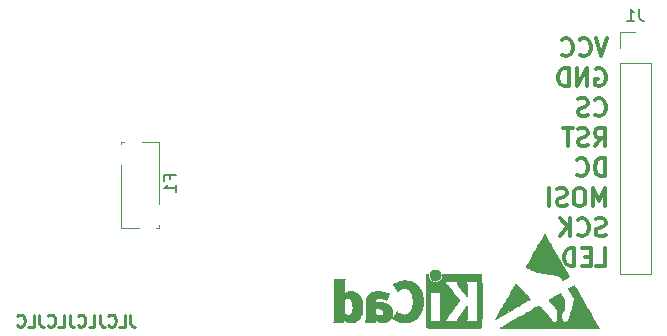
<source format=gbr>
%TF.GenerationSoftware,KiCad,Pcbnew,6.0.2+dfsg-1*%
%TF.CreationDate,2024-09-23T07:34:14+01:00*%
%TF.ProjectId,Circuit,43697263-7569-4742-9e6b-696361645f70,rev?*%
%TF.SameCoordinates,Original*%
%TF.FileFunction,Legend,Bot*%
%TF.FilePolarity,Positive*%
%FSLAX46Y46*%
G04 Gerber Fmt 4.6, Leading zero omitted, Abs format (unit mm)*
G04 Created by KiCad (PCBNEW 6.0.2+dfsg-1) date 2024-09-23 07:34:14*
%MOMM*%
%LPD*%
G01*
G04 APERTURE LIST*
%ADD10C,0.250000*%
%ADD11C,0.300000*%
%ADD12C,0.150000*%
%ADD13C,0.010000*%
%ADD14C,0.120000*%
G04 APERTURE END LIST*
D10*
X81835047Y-86701380D02*
X81835047Y-87415666D01*
X81882666Y-87558523D01*
X81977904Y-87653761D01*
X82120761Y-87701380D01*
X82216000Y-87701380D01*
X80882666Y-87701380D02*
X81358857Y-87701380D01*
X81358857Y-86701380D01*
X79977904Y-87606142D02*
X80025523Y-87653761D01*
X80168380Y-87701380D01*
X80263619Y-87701380D01*
X80406476Y-87653761D01*
X80501714Y-87558523D01*
X80549333Y-87463285D01*
X80596952Y-87272809D01*
X80596952Y-87129952D01*
X80549333Y-86939476D01*
X80501714Y-86844238D01*
X80406476Y-86749000D01*
X80263619Y-86701380D01*
X80168380Y-86701380D01*
X80025523Y-86749000D01*
X79977904Y-86796619D01*
X79263619Y-86701380D02*
X79263619Y-87415666D01*
X79311238Y-87558523D01*
X79406476Y-87653761D01*
X79549333Y-87701380D01*
X79644571Y-87701380D01*
X78311238Y-87701380D02*
X78787428Y-87701380D01*
X78787428Y-86701380D01*
X77406476Y-87606142D02*
X77454095Y-87653761D01*
X77596952Y-87701380D01*
X77692190Y-87701380D01*
X77835047Y-87653761D01*
X77930285Y-87558523D01*
X77977904Y-87463285D01*
X78025523Y-87272809D01*
X78025523Y-87129952D01*
X77977904Y-86939476D01*
X77930285Y-86844238D01*
X77835047Y-86749000D01*
X77692190Y-86701380D01*
X77596952Y-86701380D01*
X77454095Y-86749000D01*
X77406476Y-86796619D01*
X76692190Y-86701380D02*
X76692190Y-87415666D01*
X76739809Y-87558523D01*
X76835047Y-87653761D01*
X76977904Y-87701380D01*
X77073142Y-87701380D01*
X75739809Y-87701380D02*
X76216000Y-87701380D01*
X76216000Y-86701380D01*
X74835047Y-87606142D02*
X74882666Y-87653761D01*
X75025523Y-87701380D01*
X75120761Y-87701380D01*
X75263619Y-87653761D01*
X75358857Y-87558523D01*
X75406476Y-87463285D01*
X75454095Y-87272809D01*
X75454095Y-87129952D01*
X75406476Y-86939476D01*
X75358857Y-86844238D01*
X75263619Y-86749000D01*
X75120761Y-86701380D01*
X75025523Y-86701380D01*
X74882666Y-86749000D01*
X74835047Y-86796619D01*
X74120761Y-86701380D02*
X74120761Y-87415666D01*
X74168380Y-87558523D01*
X74263619Y-87653761D01*
X74406476Y-87701380D01*
X74501714Y-87701380D01*
X73168380Y-87701380D02*
X73644571Y-87701380D01*
X73644571Y-86701380D01*
X72263619Y-87606142D02*
X72311238Y-87653761D01*
X72454095Y-87701380D01*
X72549333Y-87701380D01*
X72692190Y-87653761D01*
X72787428Y-87558523D01*
X72835047Y-87463285D01*
X72882666Y-87272809D01*
X72882666Y-87129952D01*
X72835047Y-86939476D01*
X72787428Y-86844238D01*
X72692190Y-86749000D01*
X72549333Y-86701380D01*
X72454095Y-86701380D01*
X72311238Y-86749000D01*
X72263619Y-86796619D01*
D11*
X121217142Y-65925000D02*
X121360000Y-65853571D01*
X121574285Y-65853571D01*
X121788571Y-65925000D01*
X121931428Y-66067857D01*
X122002857Y-66210714D01*
X122074285Y-66496428D01*
X122074285Y-66710714D01*
X122002857Y-66996428D01*
X121931428Y-67139285D01*
X121788571Y-67282142D01*
X121574285Y-67353571D01*
X121431428Y-67353571D01*
X121217142Y-67282142D01*
X121145714Y-67210714D01*
X121145714Y-66710714D01*
X121431428Y-66710714D01*
X120502857Y-67353571D02*
X120502857Y-65853571D01*
X119645714Y-67353571D01*
X119645714Y-65853571D01*
X118931428Y-67353571D02*
X118931428Y-65853571D01*
X118574285Y-65853571D01*
X118360000Y-65925000D01*
X118217142Y-66067857D01*
X118145714Y-66210714D01*
X118074285Y-66496428D01*
X118074285Y-66710714D01*
X118145714Y-66996428D01*
X118217142Y-67139285D01*
X118360000Y-67282142D01*
X118574285Y-67353571D01*
X118931428Y-67353571D01*
X121145714Y-72433571D02*
X121645714Y-71719285D01*
X122002857Y-72433571D02*
X122002857Y-70933571D01*
X121431428Y-70933571D01*
X121288571Y-71005000D01*
X121217142Y-71076428D01*
X121145714Y-71219285D01*
X121145714Y-71433571D01*
X121217142Y-71576428D01*
X121288571Y-71647857D01*
X121431428Y-71719285D01*
X122002857Y-71719285D01*
X120574285Y-72362142D02*
X120360000Y-72433571D01*
X120002857Y-72433571D01*
X119860000Y-72362142D01*
X119788571Y-72290714D01*
X119717142Y-72147857D01*
X119717142Y-72005000D01*
X119788571Y-71862142D01*
X119860000Y-71790714D01*
X120002857Y-71719285D01*
X120288571Y-71647857D01*
X120431428Y-71576428D01*
X120502857Y-71505000D01*
X120574285Y-71362142D01*
X120574285Y-71219285D01*
X120502857Y-71076428D01*
X120431428Y-71005000D01*
X120288571Y-70933571D01*
X119931428Y-70933571D01*
X119717142Y-71005000D01*
X119288571Y-70933571D02*
X118431428Y-70933571D01*
X118860000Y-72433571D02*
X118860000Y-70933571D01*
X121145714Y-69750714D02*
X121217142Y-69822142D01*
X121431428Y-69893571D01*
X121574285Y-69893571D01*
X121788571Y-69822142D01*
X121931428Y-69679285D01*
X122002857Y-69536428D01*
X122074285Y-69250714D01*
X122074285Y-69036428D01*
X122002857Y-68750714D01*
X121931428Y-68607857D01*
X121788571Y-68465000D01*
X121574285Y-68393571D01*
X121431428Y-68393571D01*
X121217142Y-68465000D01*
X121145714Y-68536428D01*
X120574285Y-69822142D02*
X120360000Y-69893571D01*
X120002857Y-69893571D01*
X119860000Y-69822142D01*
X119788571Y-69750714D01*
X119717142Y-69607857D01*
X119717142Y-69465000D01*
X119788571Y-69322142D01*
X119860000Y-69250714D01*
X120002857Y-69179285D01*
X120288571Y-69107857D01*
X120431428Y-69036428D01*
X120502857Y-68965000D01*
X120574285Y-68822142D01*
X120574285Y-68679285D01*
X120502857Y-68536428D01*
X120431428Y-68465000D01*
X120288571Y-68393571D01*
X119931428Y-68393571D01*
X119717142Y-68465000D01*
X122002857Y-77513571D02*
X122002857Y-76013571D01*
X121502857Y-77085000D01*
X121002857Y-76013571D01*
X121002857Y-77513571D01*
X120002857Y-76013571D02*
X119717142Y-76013571D01*
X119574285Y-76085000D01*
X119431428Y-76227857D01*
X119360000Y-76513571D01*
X119360000Y-77013571D01*
X119431428Y-77299285D01*
X119574285Y-77442142D01*
X119717142Y-77513571D01*
X120002857Y-77513571D01*
X120145714Y-77442142D01*
X120288571Y-77299285D01*
X120360000Y-77013571D01*
X120360000Y-76513571D01*
X120288571Y-76227857D01*
X120145714Y-76085000D01*
X120002857Y-76013571D01*
X118788571Y-77442142D02*
X118574285Y-77513571D01*
X118217142Y-77513571D01*
X118074285Y-77442142D01*
X118002857Y-77370714D01*
X117931428Y-77227857D01*
X117931428Y-77085000D01*
X118002857Y-76942142D01*
X118074285Y-76870714D01*
X118217142Y-76799285D01*
X118502857Y-76727857D01*
X118645714Y-76656428D01*
X118717142Y-76585000D01*
X118788571Y-76442142D01*
X118788571Y-76299285D01*
X118717142Y-76156428D01*
X118645714Y-76085000D01*
X118502857Y-76013571D01*
X118145714Y-76013571D01*
X117931428Y-76085000D01*
X117288571Y-77513571D02*
X117288571Y-76013571D01*
X121288571Y-82593571D02*
X122002857Y-82593571D01*
X122002857Y-81093571D01*
X120788571Y-81807857D02*
X120288571Y-81807857D01*
X120074285Y-82593571D02*
X120788571Y-82593571D01*
X120788571Y-81093571D01*
X120074285Y-81093571D01*
X119431428Y-82593571D02*
X119431428Y-81093571D01*
X119074285Y-81093571D01*
X118860000Y-81165000D01*
X118717142Y-81307857D01*
X118645714Y-81450714D01*
X118574285Y-81736428D01*
X118574285Y-81950714D01*
X118645714Y-82236428D01*
X118717142Y-82379285D01*
X118860000Y-82522142D01*
X119074285Y-82593571D01*
X119431428Y-82593571D01*
X122074285Y-79982142D02*
X121860000Y-80053571D01*
X121502857Y-80053571D01*
X121360000Y-79982142D01*
X121288571Y-79910714D01*
X121217142Y-79767857D01*
X121217142Y-79625000D01*
X121288571Y-79482142D01*
X121360000Y-79410714D01*
X121502857Y-79339285D01*
X121788571Y-79267857D01*
X121931428Y-79196428D01*
X122002857Y-79125000D01*
X122074285Y-78982142D01*
X122074285Y-78839285D01*
X122002857Y-78696428D01*
X121931428Y-78625000D01*
X121788571Y-78553571D01*
X121431428Y-78553571D01*
X121217142Y-78625000D01*
X119717142Y-79910714D02*
X119788571Y-79982142D01*
X120002857Y-80053571D01*
X120145714Y-80053571D01*
X120360000Y-79982142D01*
X120502857Y-79839285D01*
X120574285Y-79696428D01*
X120645714Y-79410714D01*
X120645714Y-79196428D01*
X120574285Y-78910714D01*
X120502857Y-78767857D01*
X120360000Y-78625000D01*
X120145714Y-78553571D01*
X120002857Y-78553571D01*
X119788571Y-78625000D01*
X119717142Y-78696428D01*
X119074285Y-80053571D02*
X119074285Y-78553571D01*
X118217142Y-80053571D02*
X118860000Y-79196428D01*
X118217142Y-78553571D02*
X119074285Y-79410714D01*
X122217142Y-63313571D02*
X121717142Y-64813571D01*
X121217142Y-63313571D01*
X119860000Y-64670714D02*
X119931428Y-64742142D01*
X120145714Y-64813571D01*
X120288571Y-64813571D01*
X120502857Y-64742142D01*
X120645714Y-64599285D01*
X120717142Y-64456428D01*
X120788571Y-64170714D01*
X120788571Y-63956428D01*
X120717142Y-63670714D01*
X120645714Y-63527857D01*
X120502857Y-63385000D01*
X120288571Y-63313571D01*
X120145714Y-63313571D01*
X119931428Y-63385000D01*
X119860000Y-63456428D01*
X118360000Y-64670714D02*
X118431428Y-64742142D01*
X118645714Y-64813571D01*
X118788571Y-64813571D01*
X119002857Y-64742142D01*
X119145714Y-64599285D01*
X119217142Y-64456428D01*
X119288571Y-64170714D01*
X119288571Y-63956428D01*
X119217142Y-63670714D01*
X119145714Y-63527857D01*
X119002857Y-63385000D01*
X118788571Y-63313571D01*
X118645714Y-63313571D01*
X118431428Y-63385000D01*
X118360000Y-63456428D01*
X122002857Y-74973571D02*
X122002857Y-73473571D01*
X121645714Y-73473571D01*
X121431428Y-73545000D01*
X121288571Y-73687857D01*
X121217142Y-73830714D01*
X121145714Y-74116428D01*
X121145714Y-74330714D01*
X121217142Y-74616428D01*
X121288571Y-74759285D01*
X121431428Y-74902142D01*
X121645714Y-74973571D01*
X122002857Y-74973571D01*
X119645714Y-74830714D02*
X119717142Y-74902142D01*
X119931428Y-74973571D01*
X120074285Y-74973571D01*
X120288571Y-74902142D01*
X120431428Y-74759285D01*
X120502857Y-74616428D01*
X120574285Y-74330714D01*
X120574285Y-74116428D01*
X120502857Y-73830714D01*
X120431428Y-73687857D01*
X120288571Y-73545000D01*
X120074285Y-73473571D01*
X119931428Y-73473571D01*
X119717142Y-73545000D01*
X119645714Y-73616428D01*
D12*
%TO.C,F1*%
X85145571Y-75231666D02*
X85145571Y-74898333D01*
X85669380Y-74898333D02*
X84669380Y-74898333D01*
X84669380Y-75374523D01*
X85669380Y-76279285D02*
X85669380Y-75707857D01*
X85669380Y-75993571D02*
X84669380Y-75993571D01*
X84812238Y-75898333D01*
X84907476Y-75803095D01*
X84955095Y-75707857D01*
%TO.C,J1*%
X124920333Y-60817380D02*
X124920333Y-61531666D01*
X124967952Y-61674523D01*
X125063190Y-61769761D01*
X125206047Y-61817380D01*
X125301285Y-61817380D01*
X123920333Y-61817380D02*
X124491761Y-61817380D01*
X124206047Y-61817380D02*
X124206047Y-60817380D01*
X124301285Y-60960238D01*
X124396523Y-61055476D01*
X124491761Y-61103095D01*
D13*
%TO.C,REF\u002A\u002A*%
X102609426Y-84718552D02*
X102457508Y-84738567D01*
X102457508Y-84738567D02*
X102322244Y-84772202D01*
X102322244Y-84772202D02*
X102202761Y-84819725D01*
X102202761Y-84819725D02*
X102098185Y-84881405D01*
X102098185Y-84881405D02*
X102020576Y-84944965D01*
X102020576Y-84944965D02*
X101951735Y-85019099D01*
X101951735Y-85019099D02*
X101897994Y-85098871D01*
X101897994Y-85098871D02*
X101855090Y-85191091D01*
X101855090Y-85191091D02*
X101839616Y-85234161D01*
X101839616Y-85234161D02*
X101826756Y-85273142D01*
X101826756Y-85273142D02*
X101815554Y-85309289D01*
X101815554Y-85309289D02*
X101805880Y-85344434D01*
X101805880Y-85344434D02*
X101797604Y-85380410D01*
X101797604Y-85380410D02*
X101790597Y-85419050D01*
X101790597Y-85419050D02*
X101784728Y-85462185D01*
X101784728Y-85462185D02*
X101779869Y-85511649D01*
X101779869Y-85511649D02*
X101775890Y-85569273D01*
X101775890Y-85569273D02*
X101772660Y-85636891D01*
X101772660Y-85636891D02*
X101770051Y-85716334D01*
X101770051Y-85716334D02*
X101767933Y-85809436D01*
X101767933Y-85809436D02*
X101766176Y-85918027D01*
X101766176Y-85918027D02*
X101764651Y-86043942D01*
X101764651Y-86043942D02*
X101763228Y-86189012D01*
X101763228Y-86189012D02*
X101761975Y-86331778D01*
X101761975Y-86331778D02*
X101760649Y-86487968D01*
X101760649Y-86487968D02*
X101759444Y-86623239D01*
X101759444Y-86623239D02*
X101758234Y-86739246D01*
X101758234Y-86739246D02*
X101756894Y-86837645D01*
X101756894Y-86837645D02*
X101755300Y-86920093D01*
X101755300Y-86920093D02*
X101753325Y-86988246D01*
X101753325Y-86988246D02*
X101750844Y-87043760D01*
X101750844Y-87043760D02*
X101747731Y-87088292D01*
X101747731Y-87088292D02*
X101743862Y-87123498D01*
X101743862Y-87123498D02*
X101739111Y-87151034D01*
X101739111Y-87151034D02*
X101733352Y-87172556D01*
X101733352Y-87172556D02*
X101726461Y-87189722D01*
X101726461Y-87189722D02*
X101718311Y-87204186D01*
X101718311Y-87204186D02*
X101708777Y-87217606D01*
X101708777Y-87217606D02*
X101697734Y-87231638D01*
X101697734Y-87231638D02*
X101693434Y-87237071D01*
X101693434Y-87237071D02*
X101677614Y-87259910D01*
X101677614Y-87259910D02*
X101670578Y-87275463D01*
X101670578Y-87275463D02*
X101670556Y-87275922D01*
X101670556Y-87275922D02*
X101681433Y-87278121D01*
X101681433Y-87278121D02*
X101712418Y-87280147D01*
X101712418Y-87280147D02*
X101761043Y-87281942D01*
X101761043Y-87281942D02*
X101824837Y-87283451D01*
X101824837Y-87283451D02*
X101901331Y-87284616D01*
X101901331Y-87284616D02*
X101988056Y-87285380D01*
X101988056Y-87285380D02*
X102082543Y-87285686D01*
X102082543Y-87285686D02*
X102093450Y-87285689D01*
X102093450Y-87285689D02*
X102516343Y-87285689D01*
X102516343Y-87285689D02*
X102519605Y-87189622D01*
X102519605Y-87189622D02*
X102522867Y-87093556D01*
X102522867Y-87093556D02*
X102584956Y-87144543D01*
X102584956Y-87144543D02*
X102682286Y-87212057D01*
X102682286Y-87212057D02*
X102792187Y-87266749D01*
X102792187Y-87266749D02*
X102878651Y-87296978D01*
X102878651Y-87296978D02*
X102947722Y-87311666D01*
X102947722Y-87311666D02*
X103031075Y-87321659D01*
X103031075Y-87321659D02*
X103120841Y-87326646D01*
X103120841Y-87326646D02*
X103209155Y-87326313D01*
X103209155Y-87326313D02*
X103288149Y-87320351D01*
X103288149Y-87320351D02*
X103324378Y-87314638D01*
X103324378Y-87314638D02*
X103464397Y-87276776D01*
X103464397Y-87276776D02*
X103590822Y-87221932D01*
X103590822Y-87221932D02*
X103702740Y-87150924D01*
X103702740Y-87150924D02*
X103799238Y-87064568D01*
X103799238Y-87064568D02*
X103879400Y-86963679D01*
X103879400Y-86963679D02*
X103942313Y-86849076D01*
X103942313Y-86849076D02*
X103986688Y-86722984D01*
X103986688Y-86722984D02*
X103999022Y-86666401D01*
X103999022Y-86666401D02*
X104006632Y-86604202D01*
X104006632Y-86604202D02*
X104010261Y-86529363D01*
X104010261Y-86529363D02*
X104010755Y-86495467D01*
X104010755Y-86495467D02*
X104010690Y-86492282D01*
X104010690Y-86492282D02*
X103250752Y-86492282D01*
X103250752Y-86492282D02*
X103241459Y-86567333D01*
X103241459Y-86567333D02*
X103213272Y-86631160D01*
X103213272Y-86631160D02*
X103164803Y-86686798D01*
X103164803Y-86686798D02*
X103159746Y-86691211D01*
X103159746Y-86691211D02*
X103111452Y-86726037D01*
X103111452Y-86726037D02*
X103059743Y-86748620D01*
X103059743Y-86748620D02*
X102999011Y-86760540D01*
X102999011Y-86760540D02*
X102923648Y-86763383D01*
X102923648Y-86763383D02*
X102905541Y-86762978D01*
X102905541Y-86762978D02*
X102851722Y-86760325D01*
X102851722Y-86760325D02*
X102811692Y-86754909D01*
X102811692Y-86754909D02*
X102776676Y-86744745D01*
X102776676Y-86744745D02*
X102737897Y-86727850D01*
X102737897Y-86727850D02*
X102727255Y-86722672D01*
X102727255Y-86722672D02*
X102666604Y-86686844D01*
X102666604Y-86686844D02*
X102619785Y-86644212D01*
X102619785Y-86644212D02*
X102607048Y-86628973D01*
X102607048Y-86628973D02*
X102562378Y-86572462D01*
X102562378Y-86572462D02*
X102562378Y-86376586D01*
X102562378Y-86376586D02*
X102562914Y-86297939D01*
X102562914Y-86297939D02*
X102564604Y-86239988D01*
X102564604Y-86239988D02*
X102567572Y-86200875D01*
X102567572Y-86200875D02*
X102571943Y-86178741D01*
X102571943Y-86178741D02*
X102576028Y-86172274D01*
X102576028Y-86172274D02*
X102591953Y-86169111D01*
X102591953Y-86169111D02*
X102625736Y-86166488D01*
X102625736Y-86166488D02*
X102672660Y-86164655D01*
X102672660Y-86164655D02*
X102728007Y-86163857D01*
X102728007Y-86163857D02*
X102736894Y-86163842D01*
X102736894Y-86163842D02*
X102857670Y-86169096D01*
X102857670Y-86169096D02*
X102960340Y-86185263D01*
X102960340Y-86185263D02*
X103046894Y-86212961D01*
X103046894Y-86212961D02*
X103119319Y-86252808D01*
X103119319Y-86252808D02*
X103174249Y-86299758D01*
X103174249Y-86299758D02*
X103218796Y-86357645D01*
X103218796Y-86357645D02*
X103243520Y-86420693D01*
X103243520Y-86420693D02*
X103250752Y-86492282D01*
X103250752Y-86492282D02*
X104010690Y-86492282D01*
X104010690Y-86492282D02*
X104008822Y-86401712D01*
X104008822Y-86401712D02*
X104000478Y-86322812D01*
X104000478Y-86322812D02*
X103984232Y-86251590D01*
X103984232Y-86251590D02*
X103958595Y-86180864D01*
X103958595Y-86180864D02*
X103934599Y-86128493D01*
X103934599Y-86128493D02*
X103875980Y-86033196D01*
X103875980Y-86033196D02*
X103797883Y-85945170D01*
X103797883Y-85945170D02*
X103702685Y-85866017D01*
X103702685Y-85866017D02*
X103592762Y-85797340D01*
X103592762Y-85797340D02*
X103470490Y-85740741D01*
X103470490Y-85740741D02*
X103338245Y-85697821D01*
X103338245Y-85697821D02*
X103273578Y-85682882D01*
X103273578Y-85682882D02*
X103137396Y-85660777D01*
X103137396Y-85660777D02*
X102988951Y-85646194D01*
X102988951Y-85646194D02*
X102837495Y-85639813D01*
X102837495Y-85639813D02*
X102710936Y-85641445D01*
X102710936Y-85641445D02*
X102549050Y-85648224D01*
X102549050Y-85648224D02*
X102556470Y-85589245D01*
X102556470Y-85589245D02*
X102575762Y-85490092D01*
X102575762Y-85490092D02*
X102606896Y-85409372D01*
X102606896Y-85409372D02*
X102650731Y-85346466D01*
X102650731Y-85346466D02*
X102708129Y-85300756D01*
X102708129Y-85300756D02*
X102779952Y-85271622D01*
X102779952Y-85271622D02*
X102867059Y-85258447D01*
X102867059Y-85258447D02*
X102970314Y-85260611D01*
X102970314Y-85260611D02*
X103008289Y-85264612D01*
X103008289Y-85264612D02*
X103149480Y-85289780D01*
X103149480Y-85289780D02*
X103286293Y-85330814D01*
X103286293Y-85330814D02*
X103380822Y-85368815D01*
X103380822Y-85368815D02*
X103425982Y-85388190D01*
X103425982Y-85388190D02*
X103464415Y-85403760D01*
X103464415Y-85403760D02*
X103490766Y-85413405D01*
X103490766Y-85413405D02*
X103498454Y-85415452D01*
X103498454Y-85415452D02*
X103508198Y-85406374D01*
X103508198Y-85406374D02*
X103524917Y-85377405D01*
X103524917Y-85377405D02*
X103548768Y-85328217D01*
X103548768Y-85328217D02*
X103579907Y-85258484D01*
X103579907Y-85258484D02*
X103618493Y-85167879D01*
X103618493Y-85167879D02*
X103625090Y-85152089D01*
X103625090Y-85152089D02*
X103655147Y-85079772D01*
X103655147Y-85079772D02*
X103682126Y-85014425D01*
X103682126Y-85014425D02*
X103704864Y-84958906D01*
X103704864Y-84958906D02*
X103722194Y-84916072D01*
X103722194Y-84916072D02*
X103732952Y-84888781D01*
X103732952Y-84888781D02*
X103736059Y-84879942D01*
X103736059Y-84879942D02*
X103726060Y-84875187D01*
X103726060Y-84875187D02*
X103699783Y-84869910D01*
X103699783Y-84869910D02*
X103671511Y-84866231D01*
X103671511Y-84866231D02*
X103641354Y-84861474D01*
X103641354Y-84861474D02*
X103593567Y-84852028D01*
X103593567Y-84852028D02*
X103532388Y-84838820D01*
X103532388Y-84838820D02*
X103462054Y-84822776D01*
X103462054Y-84822776D02*
X103386806Y-84804820D01*
X103386806Y-84804820D02*
X103358245Y-84797797D01*
X103358245Y-84797797D02*
X103253184Y-84772209D01*
X103253184Y-84772209D02*
X103165520Y-84752147D01*
X103165520Y-84752147D02*
X103090932Y-84736969D01*
X103090932Y-84736969D02*
X103025097Y-84726035D01*
X103025097Y-84726035D02*
X102963693Y-84718704D01*
X102963693Y-84718704D02*
X102902398Y-84714335D01*
X102902398Y-84714335D02*
X102836890Y-84712287D01*
X102836890Y-84712287D02*
X102778872Y-84711889D01*
X102778872Y-84711889D02*
X102609426Y-84718552D01*
X102609426Y-84718552D02*
X102609426Y-84718552D01*
G36*
X104010261Y-86529363D02*
G01*
X104006632Y-86604202D01*
X103999022Y-86666401D01*
X103986688Y-86722984D01*
X103942313Y-86849076D01*
X103879400Y-86963679D01*
X103799238Y-87064568D01*
X103702740Y-87150924D01*
X103590822Y-87221932D01*
X103464397Y-87276776D01*
X103324378Y-87314638D01*
X103288149Y-87320351D01*
X103209155Y-87326313D01*
X103120841Y-87326646D01*
X103031075Y-87321659D01*
X102947722Y-87311666D01*
X102878651Y-87296978D01*
X102792187Y-87266749D01*
X102682286Y-87212057D01*
X102584956Y-87144543D01*
X102522867Y-87093556D01*
X102519605Y-87189622D01*
X102516343Y-87285689D01*
X102093450Y-87285689D01*
X102082543Y-87285686D01*
X101988056Y-87285380D01*
X101901331Y-87284616D01*
X101824837Y-87283451D01*
X101761043Y-87281942D01*
X101712418Y-87280147D01*
X101681433Y-87278121D01*
X101670556Y-87275922D01*
X101670578Y-87275463D01*
X101677614Y-87259910D01*
X101693434Y-87237071D01*
X101697734Y-87231638D01*
X101708777Y-87217606D01*
X101718311Y-87204186D01*
X101726461Y-87189722D01*
X101733352Y-87172556D01*
X101739111Y-87151034D01*
X101743862Y-87123498D01*
X101747731Y-87088292D01*
X101750844Y-87043760D01*
X101753325Y-86988246D01*
X101755300Y-86920093D01*
X101756894Y-86837645D01*
X101758234Y-86739246D01*
X101759444Y-86623239D01*
X101759896Y-86572462D01*
X102562378Y-86572462D01*
X102607048Y-86628973D01*
X102619785Y-86644212D01*
X102666604Y-86686844D01*
X102727255Y-86722672D01*
X102737897Y-86727850D01*
X102776676Y-86744745D01*
X102811692Y-86754909D01*
X102851722Y-86760325D01*
X102905541Y-86762978D01*
X102923648Y-86763383D01*
X102999011Y-86760540D01*
X103059743Y-86748620D01*
X103111452Y-86726037D01*
X103159746Y-86691211D01*
X103164803Y-86686798D01*
X103213272Y-86631160D01*
X103241459Y-86567333D01*
X103250752Y-86492282D01*
X103243520Y-86420693D01*
X103218796Y-86357645D01*
X103174249Y-86299758D01*
X103119319Y-86252808D01*
X103046894Y-86212961D01*
X102960340Y-86185263D01*
X102857670Y-86169096D01*
X102736894Y-86163842D01*
X102728007Y-86163857D01*
X102672660Y-86164655D01*
X102625736Y-86166488D01*
X102591953Y-86169111D01*
X102576028Y-86172274D01*
X102571943Y-86178741D01*
X102567572Y-86200875D01*
X102564604Y-86239988D01*
X102562914Y-86297939D01*
X102562378Y-86376586D01*
X102562378Y-86572462D01*
X101759896Y-86572462D01*
X101760649Y-86487968D01*
X101761975Y-86331778D01*
X101763228Y-86189012D01*
X101764651Y-86043942D01*
X101766176Y-85918027D01*
X101767933Y-85809436D01*
X101770051Y-85716334D01*
X101772660Y-85636891D01*
X101775890Y-85569273D01*
X101779869Y-85511649D01*
X101784728Y-85462185D01*
X101790597Y-85419050D01*
X101797604Y-85380410D01*
X101805880Y-85344434D01*
X101815554Y-85309289D01*
X101826756Y-85273142D01*
X101839616Y-85234161D01*
X101855090Y-85191091D01*
X101897994Y-85098871D01*
X101951735Y-85019099D01*
X102020576Y-84944965D01*
X102098185Y-84881405D01*
X102202761Y-84819725D01*
X102322244Y-84772202D01*
X102457508Y-84738567D01*
X102609426Y-84718552D01*
X102778872Y-84711889D01*
X102836890Y-84712287D01*
X102902398Y-84714335D01*
X102963693Y-84718704D01*
X103025097Y-84726035D01*
X103090932Y-84736969D01*
X103165520Y-84752147D01*
X103253184Y-84772209D01*
X103358245Y-84797797D01*
X103386806Y-84804820D01*
X103462054Y-84822776D01*
X103532388Y-84838820D01*
X103593567Y-84852028D01*
X103641354Y-84861474D01*
X103671511Y-84866231D01*
X103699783Y-84869910D01*
X103726060Y-84875187D01*
X103736059Y-84879942D01*
X103732952Y-84888781D01*
X103722194Y-84916072D01*
X103704864Y-84958906D01*
X103682126Y-85014425D01*
X103655147Y-85079772D01*
X103625090Y-85152089D01*
X103618493Y-85167879D01*
X103579907Y-85258484D01*
X103548768Y-85328217D01*
X103524917Y-85377405D01*
X103508198Y-85406374D01*
X103498454Y-85415452D01*
X103490766Y-85413405D01*
X103464415Y-85403760D01*
X103425982Y-85388190D01*
X103380822Y-85368815D01*
X103286293Y-85330814D01*
X103149480Y-85289780D01*
X103008289Y-85264612D01*
X102970314Y-85260611D01*
X102867059Y-85258447D01*
X102779952Y-85271622D01*
X102708129Y-85300756D01*
X102650731Y-85346466D01*
X102606896Y-85409372D01*
X102575762Y-85490092D01*
X102556470Y-85589245D01*
X102549050Y-85648224D01*
X102710936Y-85641445D01*
X102837495Y-85639813D01*
X102988951Y-85646194D01*
X103137396Y-85660777D01*
X103273578Y-85682882D01*
X103338245Y-85697821D01*
X103470490Y-85740741D01*
X103592762Y-85797340D01*
X103702685Y-85866017D01*
X103797883Y-85945170D01*
X103875980Y-86033196D01*
X103934599Y-86128493D01*
X103958595Y-86180864D01*
X103984232Y-86251590D01*
X104000478Y-86322812D01*
X104008822Y-86401712D01*
X104010690Y-86492282D01*
X104010755Y-86495467D01*
X104010261Y-86529363D01*
G37*
X104010261Y-86529363D02*
X104006632Y-86604202D01*
X103999022Y-86666401D01*
X103986688Y-86722984D01*
X103942313Y-86849076D01*
X103879400Y-86963679D01*
X103799238Y-87064568D01*
X103702740Y-87150924D01*
X103590822Y-87221932D01*
X103464397Y-87276776D01*
X103324378Y-87314638D01*
X103288149Y-87320351D01*
X103209155Y-87326313D01*
X103120841Y-87326646D01*
X103031075Y-87321659D01*
X102947722Y-87311666D01*
X102878651Y-87296978D01*
X102792187Y-87266749D01*
X102682286Y-87212057D01*
X102584956Y-87144543D01*
X102522867Y-87093556D01*
X102519605Y-87189622D01*
X102516343Y-87285689D01*
X102093450Y-87285689D01*
X102082543Y-87285686D01*
X101988056Y-87285380D01*
X101901331Y-87284616D01*
X101824837Y-87283451D01*
X101761043Y-87281942D01*
X101712418Y-87280147D01*
X101681433Y-87278121D01*
X101670556Y-87275922D01*
X101670578Y-87275463D01*
X101677614Y-87259910D01*
X101693434Y-87237071D01*
X101697734Y-87231638D01*
X101708777Y-87217606D01*
X101718311Y-87204186D01*
X101726461Y-87189722D01*
X101733352Y-87172556D01*
X101739111Y-87151034D01*
X101743862Y-87123498D01*
X101747731Y-87088292D01*
X101750844Y-87043760D01*
X101753325Y-86988246D01*
X101755300Y-86920093D01*
X101756894Y-86837645D01*
X101758234Y-86739246D01*
X101759444Y-86623239D01*
X101759896Y-86572462D01*
X102562378Y-86572462D01*
X102607048Y-86628973D01*
X102619785Y-86644212D01*
X102666604Y-86686844D01*
X102727255Y-86722672D01*
X102737897Y-86727850D01*
X102776676Y-86744745D01*
X102811692Y-86754909D01*
X102851722Y-86760325D01*
X102905541Y-86762978D01*
X102923648Y-86763383D01*
X102999011Y-86760540D01*
X103059743Y-86748620D01*
X103111452Y-86726037D01*
X103159746Y-86691211D01*
X103164803Y-86686798D01*
X103213272Y-86631160D01*
X103241459Y-86567333D01*
X103250752Y-86492282D01*
X103243520Y-86420693D01*
X103218796Y-86357645D01*
X103174249Y-86299758D01*
X103119319Y-86252808D01*
X103046894Y-86212961D01*
X102960340Y-86185263D01*
X102857670Y-86169096D01*
X102736894Y-86163842D01*
X102728007Y-86163857D01*
X102672660Y-86164655D01*
X102625736Y-86166488D01*
X102591953Y-86169111D01*
X102576028Y-86172274D01*
X102571943Y-86178741D01*
X102567572Y-86200875D01*
X102564604Y-86239988D01*
X102562914Y-86297939D01*
X102562378Y-86376586D01*
X102562378Y-86572462D01*
X101759896Y-86572462D01*
X101760649Y-86487968D01*
X101761975Y-86331778D01*
X101763228Y-86189012D01*
X101764651Y-86043942D01*
X101766176Y-85918027D01*
X101767933Y-85809436D01*
X101770051Y-85716334D01*
X101772660Y-85636891D01*
X101775890Y-85569273D01*
X101779869Y-85511649D01*
X101784728Y-85462185D01*
X101790597Y-85419050D01*
X101797604Y-85380410D01*
X101805880Y-85344434D01*
X101815554Y-85309289D01*
X101826756Y-85273142D01*
X101839616Y-85234161D01*
X101855090Y-85191091D01*
X101897994Y-85098871D01*
X101951735Y-85019099D01*
X102020576Y-84944965D01*
X102098185Y-84881405D01*
X102202761Y-84819725D01*
X102322244Y-84772202D01*
X102457508Y-84738567D01*
X102609426Y-84718552D01*
X102778872Y-84711889D01*
X102836890Y-84712287D01*
X102902398Y-84714335D01*
X102963693Y-84718704D01*
X103025097Y-84726035D01*
X103090932Y-84736969D01*
X103165520Y-84752147D01*
X103253184Y-84772209D01*
X103358245Y-84797797D01*
X103386806Y-84804820D01*
X103462054Y-84822776D01*
X103532388Y-84838820D01*
X103593567Y-84852028D01*
X103641354Y-84861474D01*
X103671511Y-84866231D01*
X103699783Y-84869910D01*
X103726060Y-84875187D01*
X103736059Y-84879942D01*
X103732952Y-84888781D01*
X103722194Y-84916072D01*
X103704864Y-84958906D01*
X103682126Y-85014425D01*
X103655147Y-85079772D01*
X103625090Y-85152089D01*
X103618493Y-85167879D01*
X103579907Y-85258484D01*
X103548768Y-85328217D01*
X103524917Y-85377405D01*
X103508198Y-85406374D01*
X103498454Y-85415452D01*
X103490766Y-85413405D01*
X103464415Y-85403760D01*
X103425982Y-85388190D01*
X103380822Y-85368815D01*
X103286293Y-85330814D01*
X103149480Y-85289780D01*
X103008289Y-85264612D01*
X102970314Y-85260611D01*
X102867059Y-85258447D01*
X102779952Y-85271622D01*
X102708129Y-85300756D01*
X102650731Y-85346466D01*
X102606896Y-85409372D01*
X102575762Y-85490092D01*
X102556470Y-85589245D01*
X102549050Y-85648224D01*
X102710936Y-85641445D01*
X102837495Y-85639813D01*
X102988951Y-85646194D01*
X103137396Y-85660777D01*
X103273578Y-85682882D01*
X103338245Y-85697821D01*
X103470490Y-85740741D01*
X103592762Y-85797340D01*
X103702685Y-85866017D01*
X103797883Y-85945170D01*
X103875980Y-86033196D01*
X103934599Y-86128493D01*
X103958595Y-86180864D01*
X103984232Y-86251590D01*
X104000478Y-86322812D01*
X104008822Y-86401712D01*
X104010690Y-86492282D01*
X104010755Y-86495467D01*
X104010261Y-86529363D01*
X107556043Y-82878571D02*
X107459768Y-82902809D01*
X107459768Y-82902809D02*
X107373184Y-82945641D01*
X107373184Y-82945641D02*
X107298373Y-83005419D01*
X107298373Y-83005419D02*
X107237418Y-83080494D01*
X107237418Y-83080494D02*
X107192399Y-83169220D01*
X107192399Y-83169220D02*
X107166136Y-83265530D01*
X107166136Y-83265530D02*
X107160286Y-83362795D01*
X107160286Y-83362795D02*
X107175140Y-83456654D01*
X107175140Y-83456654D02*
X107208840Y-83544511D01*
X107208840Y-83544511D02*
X107259528Y-83623770D01*
X107259528Y-83623770D02*
X107325345Y-83691836D01*
X107325345Y-83691836D02*
X107404434Y-83746112D01*
X107404434Y-83746112D02*
X107494934Y-83784002D01*
X107494934Y-83784002D02*
X107546200Y-83796426D01*
X107546200Y-83796426D02*
X107590698Y-83803947D01*
X107590698Y-83803947D02*
X107624999Y-83806919D01*
X107624999Y-83806919D02*
X107657960Y-83805094D01*
X107657960Y-83805094D02*
X107698434Y-83798225D01*
X107698434Y-83798225D02*
X107731531Y-83791250D01*
X107731531Y-83791250D02*
X107824947Y-83759741D01*
X107824947Y-83759741D02*
X107908619Y-83708617D01*
X107908619Y-83708617D02*
X107980665Y-83639429D01*
X107980665Y-83639429D02*
X108039200Y-83553728D01*
X108039200Y-83553728D02*
X108053148Y-83526489D01*
X108053148Y-83526489D02*
X108069586Y-83490122D01*
X108069586Y-83490122D02*
X108079894Y-83459582D01*
X108079894Y-83459582D02*
X108085460Y-83427450D01*
X108085460Y-83427450D02*
X108087669Y-83386307D01*
X108087669Y-83386307D02*
X108087948Y-83340222D01*
X108087948Y-83340222D02*
X108083861Y-83255865D01*
X108083861Y-83255865D02*
X108070446Y-83186586D01*
X108070446Y-83186586D02*
X108045256Y-83125961D01*
X108045256Y-83125961D02*
X108005846Y-83067567D01*
X108005846Y-83067567D02*
X107967298Y-83023302D01*
X107967298Y-83023302D02*
X107895406Y-82957484D01*
X107895406Y-82957484D02*
X107820313Y-82912053D01*
X107820313Y-82912053D02*
X107737562Y-82884850D01*
X107737562Y-82884850D02*
X107659928Y-82874576D01*
X107659928Y-82874576D02*
X107556043Y-82878571D01*
X107556043Y-82878571D02*
X107556043Y-82878571D01*
G36*
X107737562Y-82884850D02*
G01*
X107820313Y-82912053D01*
X107895406Y-82957484D01*
X107967298Y-83023302D01*
X108005846Y-83067567D01*
X108045256Y-83125961D01*
X108070446Y-83186586D01*
X108083861Y-83255865D01*
X108087948Y-83340222D01*
X108087669Y-83386307D01*
X108085460Y-83427450D01*
X108079894Y-83459582D01*
X108069586Y-83490122D01*
X108053148Y-83526489D01*
X108039200Y-83553728D01*
X107980665Y-83639429D01*
X107908619Y-83708617D01*
X107824947Y-83759741D01*
X107731531Y-83791250D01*
X107698434Y-83798225D01*
X107657960Y-83805094D01*
X107624999Y-83806919D01*
X107590698Y-83803947D01*
X107546200Y-83796426D01*
X107494934Y-83784002D01*
X107404434Y-83746112D01*
X107325345Y-83691836D01*
X107259528Y-83623770D01*
X107208840Y-83544511D01*
X107175140Y-83456654D01*
X107160286Y-83362795D01*
X107166136Y-83265530D01*
X107192399Y-83169220D01*
X107237418Y-83080494D01*
X107298373Y-83005419D01*
X107373184Y-82945641D01*
X107459768Y-82902809D01*
X107556043Y-82878571D01*
X107659928Y-82874576D01*
X107737562Y-82884850D01*
G37*
X107737562Y-82884850D02*
X107820313Y-82912053D01*
X107895406Y-82957484D01*
X107967298Y-83023302D01*
X108005846Y-83067567D01*
X108045256Y-83125961D01*
X108070446Y-83186586D01*
X108083861Y-83255865D01*
X108087948Y-83340222D01*
X108087669Y-83386307D01*
X108085460Y-83427450D01*
X108079894Y-83459582D01*
X108069586Y-83490122D01*
X108053148Y-83526489D01*
X108039200Y-83553728D01*
X107980665Y-83639429D01*
X107908619Y-83708617D01*
X107824947Y-83759741D01*
X107731531Y-83791250D01*
X107698434Y-83798225D01*
X107657960Y-83805094D01*
X107624999Y-83806919D01*
X107590698Y-83803947D01*
X107546200Y-83796426D01*
X107494934Y-83784002D01*
X107404434Y-83746112D01*
X107325345Y-83691836D01*
X107259528Y-83623770D01*
X107208840Y-83544511D01*
X107175140Y-83456654D01*
X107160286Y-83362795D01*
X107166136Y-83265530D01*
X107192399Y-83169220D01*
X107237418Y-83080494D01*
X107298373Y-83005419D01*
X107373184Y-82945641D01*
X107459768Y-82902809D01*
X107556043Y-82878571D01*
X107659928Y-82874576D01*
X107737562Y-82884850D01*
X99096493Y-85324245D02*
X99096474Y-85558662D01*
X99096474Y-85558662D02*
X99096448Y-85771603D01*
X99096448Y-85771603D02*
X99096375Y-85964168D01*
X99096375Y-85964168D02*
X99096218Y-86137459D01*
X99096218Y-86137459D02*
X99095936Y-86292576D01*
X99095936Y-86292576D02*
X99095491Y-86430620D01*
X99095491Y-86430620D02*
X99094844Y-86552692D01*
X99094844Y-86552692D02*
X99093955Y-86659894D01*
X99093955Y-86659894D02*
X99092787Y-86753326D01*
X99092787Y-86753326D02*
X99091299Y-86834090D01*
X99091299Y-86834090D02*
X99089454Y-86903286D01*
X99089454Y-86903286D02*
X99087211Y-86962015D01*
X99087211Y-86962015D02*
X99084531Y-87011379D01*
X99084531Y-87011379D02*
X99081377Y-87052478D01*
X99081377Y-87052478D02*
X99077708Y-87086413D01*
X99077708Y-87086413D02*
X99073487Y-87114286D01*
X99073487Y-87114286D02*
X99068673Y-87137198D01*
X99068673Y-87137198D02*
X99063227Y-87156249D01*
X99063227Y-87156249D02*
X99057112Y-87172540D01*
X99057112Y-87172540D02*
X99050288Y-87187173D01*
X99050288Y-87187173D02*
X99042715Y-87201249D01*
X99042715Y-87201249D02*
X99034355Y-87215868D01*
X99034355Y-87215868D02*
X99029161Y-87224974D01*
X99029161Y-87224974D02*
X98994896Y-87285689D01*
X98994896Y-87285689D02*
X99853045Y-87285689D01*
X99853045Y-87285689D02*
X99853045Y-87189733D01*
X99853045Y-87189733D02*
X99853776Y-87146370D01*
X99853776Y-87146370D02*
X99855728Y-87113205D01*
X99855728Y-87113205D02*
X99858537Y-87095424D01*
X99858537Y-87095424D02*
X99859779Y-87093778D01*
X99859779Y-87093778D02*
X99871201Y-87100662D01*
X99871201Y-87100662D02*
X99893916Y-87118505D01*
X99893916Y-87118505D02*
X99916615Y-87137879D01*
X99916615Y-87137879D02*
X99971200Y-87178614D01*
X99971200Y-87178614D02*
X100040679Y-87219617D01*
X100040679Y-87219617D02*
X100117730Y-87257123D01*
X100117730Y-87257123D02*
X100195035Y-87287364D01*
X100195035Y-87287364D02*
X100225887Y-87297012D01*
X100225887Y-87297012D02*
X100294384Y-87311578D01*
X100294384Y-87311578D02*
X100377236Y-87321539D01*
X100377236Y-87321539D02*
X100466629Y-87326583D01*
X100466629Y-87326583D02*
X100554752Y-87326396D01*
X100554752Y-87326396D02*
X100633793Y-87320666D01*
X100633793Y-87320666D02*
X100671489Y-87314858D01*
X100671489Y-87314858D02*
X100809586Y-87276797D01*
X100809586Y-87276797D02*
X100936887Y-87219073D01*
X100936887Y-87219073D02*
X101052708Y-87142211D01*
X101052708Y-87142211D02*
X101156363Y-87046739D01*
X101156363Y-87046739D02*
X101247167Y-86933179D01*
X101247167Y-86933179D02*
X101313969Y-86822381D01*
X101313969Y-86822381D02*
X101368836Y-86705625D01*
X101368836Y-86705625D02*
X101410837Y-86586276D01*
X101410837Y-86586276D02*
X101440833Y-86460283D01*
X101440833Y-86460283D02*
X101459689Y-86323594D01*
X101459689Y-86323594D02*
X101468268Y-86172158D01*
X101468268Y-86172158D02*
X101468994Y-86094711D01*
X101468994Y-86094711D02*
X101466900Y-86037934D01*
X101466900Y-86037934D02*
X100637783Y-86037934D01*
X100637783Y-86037934D02*
X100637576Y-86131002D01*
X100637576Y-86131002D02*
X100634663Y-86218692D01*
X100634663Y-86218692D02*
X100629000Y-86295772D01*
X100629000Y-86295772D02*
X100620545Y-86357009D01*
X100620545Y-86357009D02*
X100617962Y-86369350D01*
X100617962Y-86369350D02*
X100586160Y-86476633D01*
X100586160Y-86476633D02*
X100544502Y-86563658D01*
X100544502Y-86563658D02*
X100492637Y-86630642D01*
X100492637Y-86630642D02*
X100430219Y-86677805D01*
X100430219Y-86677805D02*
X100356900Y-86705365D01*
X100356900Y-86705365D02*
X100272331Y-86713541D01*
X100272331Y-86713541D02*
X100176165Y-86702551D01*
X100176165Y-86702551D02*
X100112689Y-86686829D01*
X100112689Y-86686829D02*
X100063546Y-86668639D01*
X100063546Y-86668639D02*
X100009417Y-86642791D01*
X100009417Y-86642791D02*
X99968756Y-86619089D01*
X99968756Y-86619089D02*
X99898200Y-86572721D01*
X99898200Y-86572721D02*
X99898200Y-85422530D01*
X99898200Y-85422530D02*
X99965608Y-85378962D01*
X99965608Y-85378962D02*
X100044133Y-85338040D01*
X100044133Y-85338040D02*
X100128319Y-85311389D01*
X100128319Y-85311389D02*
X100213443Y-85299465D01*
X100213443Y-85299465D02*
X100294784Y-85302722D01*
X100294784Y-85302722D02*
X100367620Y-85321615D01*
X100367620Y-85321615D02*
X100399574Y-85337184D01*
X100399574Y-85337184D02*
X100457499Y-85380181D01*
X100457499Y-85380181D02*
X100506456Y-85436953D01*
X100506456Y-85436953D02*
X100547610Y-85509575D01*
X100547610Y-85509575D02*
X100582126Y-85600121D01*
X100582126Y-85600121D02*
X100611167Y-85710666D01*
X100611167Y-85710666D02*
X100612448Y-85716533D01*
X100612448Y-85716533D02*
X100622619Y-85778788D01*
X100622619Y-85778788D02*
X100630261Y-85856594D01*
X100630261Y-85856594D02*
X100635330Y-85944720D01*
X100635330Y-85944720D02*
X100637783Y-86037934D01*
X100637783Y-86037934D02*
X101466900Y-86037934D01*
X101466900Y-86037934D02*
X101461143Y-85881895D01*
X101461143Y-85881895D02*
X101439198Y-85686059D01*
X101439198Y-85686059D02*
X101403214Y-85507332D01*
X101403214Y-85507332D02*
X101353241Y-85345845D01*
X101353241Y-85345845D02*
X101289332Y-85201726D01*
X101289332Y-85201726D02*
X101211538Y-85075106D01*
X101211538Y-85075106D02*
X101119911Y-84966115D01*
X101119911Y-84966115D02*
X101014503Y-84874883D01*
X101014503Y-84874883D02*
X100969338Y-84843932D01*
X100969338Y-84843932D02*
X100868389Y-84787785D01*
X100868389Y-84787785D02*
X100765099Y-84748174D01*
X100765099Y-84748174D02*
X100655011Y-84724014D01*
X100655011Y-84724014D02*
X100533670Y-84714219D01*
X100533670Y-84714219D02*
X100441164Y-84715265D01*
X100441164Y-84715265D02*
X100311510Y-84726231D01*
X100311510Y-84726231D02*
X100198916Y-84748046D01*
X100198916Y-84748046D02*
X100100125Y-84781714D01*
X100100125Y-84781714D02*
X100011879Y-84828236D01*
X100011879Y-84828236D02*
X99963014Y-84862448D01*
X99963014Y-84862448D02*
X99933647Y-84884362D01*
X99933647Y-84884362D02*
X99911957Y-84899333D01*
X99911957Y-84899333D02*
X99903747Y-84903733D01*
X99903747Y-84903733D02*
X99902132Y-84892904D01*
X99902132Y-84892904D02*
X99900841Y-84862251D01*
X99900841Y-84862251D02*
X99899862Y-84814526D01*
X99899862Y-84814526D02*
X99899183Y-84752479D01*
X99899183Y-84752479D02*
X99898790Y-84678862D01*
X99898790Y-84678862D02*
X99898670Y-84596427D01*
X99898670Y-84596427D02*
X99898812Y-84507925D01*
X99898812Y-84507925D02*
X99899203Y-84416107D01*
X99899203Y-84416107D02*
X99899829Y-84323724D01*
X99899829Y-84323724D02*
X99900680Y-84233528D01*
X99900680Y-84233528D02*
X99901740Y-84148271D01*
X99901740Y-84148271D02*
X99902999Y-84070703D01*
X99902999Y-84070703D02*
X99904444Y-84003576D01*
X99904444Y-84003576D02*
X99906062Y-83949641D01*
X99906062Y-83949641D02*
X99907839Y-83911650D01*
X99907839Y-83911650D02*
X99908331Y-83904667D01*
X99908331Y-83904667D02*
X99915908Y-83834251D01*
X99915908Y-83834251D02*
X99927469Y-83779102D01*
X99927469Y-83779102D02*
X99945208Y-83731981D01*
X99945208Y-83731981D02*
X99971318Y-83685647D01*
X99971318Y-83685647D02*
X99977585Y-83676067D01*
X99977585Y-83676067D02*
X100002017Y-83639378D01*
X100002017Y-83639378D02*
X99096689Y-83639378D01*
X99096689Y-83639378D02*
X99096493Y-85324245D01*
X99096493Y-85324245D02*
X99096493Y-85324245D01*
G36*
X101468268Y-86172158D02*
G01*
X101459689Y-86323594D01*
X101440833Y-86460283D01*
X101410837Y-86586276D01*
X101368836Y-86705625D01*
X101313969Y-86822381D01*
X101247167Y-86933179D01*
X101156363Y-87046739D01*
X101052708Y-87142211D01*
X100936887Y-87219073D01*
X100809586Y-87276797D01*
X100671489Y-87314858D01*
X100633793Y-87320666D01*
X100554752Y-87326396D01*
X100466629Y-87326583D01*
X100377236Y-87321539D01*
X100294384Y-87311578D01*
X100225887Y-87297012D01*
X100195035Y-87287364D01*
X100117730Y-87257123D01*
X100040679Y-87219617D01*
X99971200Y-87178614D01*
X99916615Y-87137879D01*
X99893916Y-87118505D01*
X99871201Y-87100662D01*
X99859779Y-87093778D01*
X99858537Y-87095424D01*
X99855728Y-87113205D01*
X99853776Y-87146370D01*
X99853045Y-87189733D01*
X99853045Y-87285689D01*
X98994896Y-87285689D01*
X99029161Y-87224974D01*
X99034355Y-87215868D01*
X99042715Y-87201249D01*
X99050288Y-87187173D01*
X99057112Y-87172540D01*
X99063227Y-87156249D01*
X99068673Y-87137198D01*
X99073487Y-87114286D01*
X99077708Y-87086413D01*
X99081377Y-87052478D01*
X99084531Y-87011379D01*
X99087211Y-86962015D01*
X99089454Y-86903286D01*
X99091299Y-86834090D01*
X99092787Y-86753326D01*
X99093955Y-86659894D01*
X99094678Y-86572721D01*
X99898200Y-86572721D01*
X99968756Y-86619089D01*
X100009417Y-86642791D01*
X100063546Y-86668639D01*
X100112689Y-86686829D01*
X100176165Y-86702551D01*
X100272331Y-86713541D01*
X100356900Y-86705365D01*
X100430219Y-86677805D01*
X100492637Y-86630642D01*
X100544502Y-86563658D01*
X100586160Y-86476633D01*
X100617962Y-86369350D01*
X100620545Y-86357009D01*
X100629000Y-86295772D01*
X100634663Y-86218692D01*
X100637576Y-86131002D01*
X100637783Y-86037934D01*
X100635330Y-85944720D01*
X100630261Y-85856594D01*
X100622619Y-85778788D01*
X100612448Y-85716533D01*
X100611167Y-85710666D01*
X100582126Y-85600121D01*
X100547610Y-85509575D01*
X100506456Y-85436953D01*
X100457499Y-85380181D01*
X100399574Y-85337184D01*
X100367620Y-85321615D01*
X100294784Y-85302722D01*
X100213443Y-85299465D01*
X100128319Y-85311389D01*
X100044133Y-85338040D01*
X99965608Y-85378962D01*
X99898200Y-85422530D01*
X99898200Y-86572721D01*
X99094678Y-86572721D01*
X99094844Y-86552692D01*
X99095491Y-86430620D01*
X99095936Y-86292576D01*
X99096218Y-86137459D01*
X99096375Y-85964168D01*
X99096448Y-85771603D01*
X99096474Y-85558662D01*
X99096493Y-85324245D01*
X99096689Y-83639378D01*
X100002017Y-83639378D01*
X99977585Y-83676067D01*
X99971318Y-83685647D01*
X99945208Y-83731981D01*
X99927469Y-83779102D01*
X99915908Y-83834251D01*
X99908331Y-83904667D01*
X99907839Y-83911650D01*
X99906062Y-83949641D01*
X99904444Y-84003576D01*
X99902999Y-84070703D01*
X99901740Y-84148271D01*
X99900680Y-84233528D01*
X99899829Y-84323724D01*
X99899203Y-84416107D01*
X99898812Y-84507925D01*
X99898670Y-84596427D01*
X99898790Y-84678862D01*
X99899183Y-84752479D01*
X99899862Y-84814526D01*
X99900841Y-84862251D01*
X99902132Y-84892904D01*
X99903747Y-84903733D01*
X99911957Y-84899333D01*
X99933647Y-84884362D01*
X99963014Y-84862448D01*
X100011879Y-84828236D01*
X100100125Y-84781714D01*
X100198916Y-84748046D01*
X100311510Y-84726231D01*
X100441164Y-84715265D01*
X100533670Y-84714219D01*
X100655011Y-84724014D01*
X100765099Y-84748174D01*
X100868389Y-84787785D01*
X100969338Y-84843932D01*
X101014503Y-84874883D01*
X101119911Y-84966115D01*
X101211538Y-85075106D01*
X101289332Y-85201726D01*
X101353241Y-85345845D01*
X101403214Y-85507332D01*
X101439198Y-85686059D01*
X101461143Y-85881895D01*
X101466900Y-86037934D01*
X101468994Y-86094711D01*
X101468268Y-86172158D01*
G37*
X101468268Y-86172158D02*
X101459689Y-86323594D01*
X101440833Y-86460283D01*
X101410837Y-86586276D01*
X101368836Y-86705625D01*
X101313969Y-86822381D01*
X101247167Y-86933179D01*
X101156363Y-87046739D01*
X101052708Y-87142211D01*
X100936887Y-87219073D01*
X100809586Y-87276797D01*
X100671489Y-87314858D01*
X100633793Y-87320666D01*
X100554752Y-87326396D01*
X100466629Y-87326583D01*
X100377236Y-87321539D01*
X100294384Y-87311578D01*
X100225887Y-87297012D01*
X100195035Y-87287364D01*
X100117730Y-87257123D01*
X100040679Y-87219617D01*
X99971200Y-87178614D01*
X99916615Y-87137879D01*
X99893916Y-87118505D01*
X99871201Y-87100662D01*
X99859779Y-87093778D01*
X99858537Y-87095424D01*
X99855728Y-87113205D01*
X99853776Y-87146370D01*
X99853045Y-87189733D01*
X99853045Y-87285689D01*
X98994896Y-87285689D01*
X99029161Y-87224974D01*
X99034355Y-87215868D01*
X99042715Y-87201249D01*
X99050288Y-87187173D01*
X99057112Y-87172540D01*
X99063227Y-87156249D01*
X99068673Y-87137198D01*
X99073487Y-87114286D01*
X99077708Y-87086413D01*
X99081377Y-87052478D01*
X99084531Y-87011379D01*
X99087211Y-86962015D01*
X99089454Y-86903286D01*
X99091299Y-86834090D01*
X99092787Y-86753326D01*
X99093955Y-86659894D01*
X99094678Y-86572721D01*
X99898200Y-86572721D01*
X99968756Y-86619089D01*
X100009417Y-86642791D01*
X100063546Y-86668639D01*
X100112689Y-86686829D01*
X100176165Y-86702551D01*
X100272331Y-86713541D01*
X100356900Y-86705365D01*
X100430219Y-86677805D01*
X100492637Y-86630642D01*
X100544502Y-86563658D01*
X100586160Y-86476633D01*
X100617962Y-86369350D01*
X100620545Y-86357009D01*
X100629000Y-86295772D01*
X100634663Y-86218692D01*
X100637576Y-86131002D01*
X100637783Y-86037934D01*
X100635330Y-85944720D01*
X100630261Y-85856594D01*
X100622619Y-85778788D01*
X100612448Y-85716533D01*
X100611167Y-85710666D01*
X100582126Y-85600121D01*
X100547610Y-85509575D01*
X100506456Y-85436953D01*
X100457499Y-85380181D01*
X100399574Y-85337184D01*
X100367620Y-85321615D01*
X100294784Y-85302722D01*
X100213443Y-85299465D01*
X100128319Y-85311389D01*
X100044133Y-85338040D01*
X99965608Y-85378962D01*
X99898200Y-85422530D01*
X99898200Y-86572721D01*
X99094678Y-86572721D01*
X99094844Y-86552692D01*
X99095491Y-86430620D01*
X99095936Y-86292576D01*
X99096218Y-86137459D01*
X99096375Y-85964168D01*
X99096448Y-85771603D01*
X99096474Y-85558662D01*
X99096493Y-85324245D01*
X99096689Y-83639378D01*
X100002017Y-83639378D01*
X99977585Y-83676067D01*
X99971318Y-83685647D01*
X99945208Y-83731981D01*
X99927469Y-83779102D01*
X99915908Y-83834251D01*
X99908331Y-83904667D01*
X99907839Y-83911650D01*
X99906062Y-83949641D01*
X99904444Y-84003576D01*
X99902999Y-84070703D01*
X99901740Y-84148271D01*
X99900680Y-84233528D01*
X99899829Y-84323724D01*
X99899203Y-84416107D01*
X99898812Y-84507925D01*
X99898670Y-84596427D01*
X99898790Y-84678862D01*
X99899183Y-84752479D01*
X99899862Y-84814526D01*
X99900841Y-84862251D01*
X99902132Y-84892904D01*
X99903747Y-84903733D01*
X99911957Y-84899333D01*
X99933647Y-84884362D01*
X99963014Y-84862448D01*
X100011879Y-84828236D01*
X100100125Y-84781714D01*
X100198916Y-84748046D01*
X100311510Y-84726231D01*
X100441164Y-84715265D01*
X100533670Y-84714219D01*
X100655011Y-84724014D01*
X100765099Y-84748174D01*
X100868389Y-84787785D01*
X100969338Y-84843932D01*
X101014503Y-84874883D01*
X101119911Y-84966115D01*
X101211538Y-85075106D01*
X101289332Y-85201726D01*
X101353241Y-85345845D01*
X101403214Y-85507332D01*
X101439198Y-85686059D01*
X101461143Y-85881895D01*
X101466900Y-86037934D01*
X101468994Y-86094711D01*
X101468268Y-86172158D01*
X108229400Y-83341054D02*
X108218535Y-83454993D01*
X108218535Y-83454993D02*
X108186918Y-83562616D01*
X108186918Y-83562616D02*
X108136015Y-83661615D01*
X108136015Y-83661615D02*
X108067293Y-83749684D01*
X108067293Y-83749684D02*
X107982219Y-83824516D01*
X107982219Y-83824516D02*
X107885232Y-83882384D01*
X107885232Y-83882384D02*
X107778964Y-83922005D01*
X107778964Y-83922005D02*
X107671950Y-83940573D01*
X107671950Y-83940573D02*
X107566300Y-83939434D01*
X107566300Y-83939434D02*
X107464125Y-83919930D01*
X107464125Y-83919930D02*
X107367534Y-83883406D01*
X107367534Y-83883406D02*
X107278638Y-83831205D01*
X107278638Y-83831205D02*
X107199546Y-83764673D01*
X107199546Y-83764673D02*
X107132369Y-83685152D01*
X107132369Y-83685152D02*
X107079217Y-83593987D01*
X107079217Y-83593987D02*
X107042199Y-83492523D01*
X107042199Y-83492523D02*
X107023427Y-83382102D01*
X107023427Y-83382102D02*
X107021489Y-83332206D01*
X107021489Y-83332206D02*
X107021489Y-83244267D01*
X107021489Y-83244267D02*
X106969560Y-83244267D01*
X106969560Y-83244267D02*
X106933253Y-83247111D01*
X106933253Y-83247111D02*
X106906355Y-83258911D01*
X106906355Y-83258911D02*
X106879249Y-83282649D01*
X106879249Y-83282649D02*
X106840867Y-83321031D01*
X106840867Y-83321031D02*
X106840867Y-85512602D01*
X106840867Y-85512602D02*
X106840876Y-85774739D01*
X106840876Y-85774739D02*
X106840908Y-86015241D01*
X106840908Y-86015241D02*
X106840972Y-86235048D01*
X106840972Y-86235048D02*
X106841076Y-86435101D01*
X106841076Y-86435101D02*
X106841227Y-86616344D01*
X106841227Y-86616344D02*
X106841434Y-86779716D01*
X106841434Y-86779716D02*
X106841706Y-86926160D01*
X106841706Y-86926160D02*
X106842050Y-87056617D01*
X106842050Y-87056617D02*
X106842474Y-87172029D01*
X106842474Y-87172029D02*
X106842987Y-87273338D01*
X106842987Y-87273338D02*
X106843597Y-87361484D01*
X106843597Y-87361484D02*
X106844312Y-87437410D01*
X106844312Y-87437410D02*
X106845140Y-87502057D01*
X106845140Y-87502057D02*
X106846089Y-87556367D01*
X106846089Y-87556367D02*
X106847167Y-87601280D01*
X106847167Y-87601280D02*
X106848383Y-87637740D01*
X106848383Y-87637740D02*
X106849745Y-87666687D01*
X106849745Y-87666687D02*
X106851261Y-87689063D01*
X106851261Y-87689063D02*
X106852938Y-87705809D01*
X106852938Y-87705809D02*
X106854786Y-87717868D01*
X106854786Y-87717868D02*
X106856813Y-87726180D01*
X106856813Y-87726180D02*
X106859025Y-87731687D01*
X106859025Y-87731687D02*
X106860108Y-87733537D01*
X106860108Y-87733537D02*
X106864271Y-87740549D01*
X106864271Y-87740549D02*
X106867805Y-87746996D01*
X106867805Y-87746996D02*
X106871635Y-87752900D01*
X106871635Y-87752900D02*
X106876682Y-87758286D01*
X106876682Y-87758286D02*
X106883871Y-87763178D01*
X106883871Y-87763178D02*
X106894123Y-87767598D01*
X106894123Y-87767598D02*
X106908364Y-87771572D01*
X106908364Y-87771572D02*
X106927514Y-87775121D01*
X106927514Y-87775121D02*
X106952499Y-87778270D01*
X106952499Y-87778270D02*
X106984240Y-87781042D01*
X106984240Y-87781042D02*
X107023662Y-87783461D01*
X107023662Y-87783461D02*
X107071686Y-87785551D01*
X107071686Y-87785551D02*
X107129237Y-87787335D01*
X107129237Y-87787335D02*
X107197237Y-87788837D01*
X107197237Y-87788837D02*
X107276610Y-87790080D01*
X107276610Y-87790080D02*
X107368279Y-87791089D01*
X107368279Y-87791089D02*
X107473166Y-87791885D01*
X107473166Y-87791885D02*
X107592196Y-87792494D01*
X107592196Y-87792494D02*
X107726290Y-87792939D01*
X107726290Y-87792939D02*
X107876373Y-87793243D01*
X107876373Y-87793243D02*
X108043367Y-87793430D01*
X108043367Y-87793430D02*
X108228196Y-87793524D01*
X108228196Y-87793524D02*
X108431783Y-87793548D01*
X108431783Y-87793548D02*
X108655050Y-87793525D01*
X108655050Y-87793525D02*
X108898922Y-87793480D01*
X108898922Y-87793480D02*
X109164321Y-87793437D01*
X109164321Y-87793437D02*
X109202704Y-87793432D01*
X109202704Y-87793432D02*
X109469682Y-87793389D01*
X109469682Y-87793389D02*
X109715002Y-87793318D01*
X109715002Y-87793318D02*
X109939583Y-87793213D01*
X109939583Y-87793213D02*
X110144345Y-87793066D01*
X110144345Y-87793066D02*
X110330206Y-87792869D01*
X110330206Y-87792869D02*
X110498088Y-87792616D01*
X110498088Y-87792616D02*
X110648908Y-87792300D01*
X110648908Y-87792300D02*
X110783587Y-87791913D01*
X110783587Y-87791913D02*
X110903044Y-87791447D01*
X110903044Y-87791447D02*
X111008199Y-87790897D01*
X111008199Y-87790897D02*
X111099971Y-87790253D01*
X111099971Y-87790253D02*
X111179279Y-87789511D01*
X111179279Y-87789511D02*
X111247043Y-87788661D01*
X111247043Y-87788661D02*
X111304182Y-87787697D01*
X111304182Y-87787697D02*
X111351617Y-87786611D01*
X111351617Y-87786611D02*
X111390266Y-87785397D01*
X111390266Y-87785397D02*
X111421049Y-87784047D01*
X111421049Y-87784047D02*
X111444885Y-87782555D01*
X111444885Y-87782555D02*
X111462694Y-87780911D01*
X111462694Y-87780911D02*
X111475395Y-87779111D01*
X111475395Y-87779111D02*
X111483908Y-87777145D01*
X111483908Y-87777145D02*
X111488266Y-87775477D01*
X111488266Y-87775477D02*
X111496728Y-87771906D01*
X111496728Y-87771906D02*
X111504497Y-87769270D01*
X111504497Y-87769270D02*
X111511602Y-87766634D01*
X111511602Y-87766634D02*
X111518073Y-87763062D01*
X111518073Y-87763062D02*
X111523939Y-87757621D01*
X111523939Y-87757621D02*
X111529229Y-87749375D01*
X111529229Y-87749375D02*
X111533974Y-87737390D01*
X111533974Y-87737390D02*
X111538202Y-87720731D01*
X111538202Y-87720731D02*
X111541943Y-87698463D01*
X111541943Y-87698463D02*
X111545227Y-87669652D01*
X111545227Y-87669652D02*
X111548083Y-87633363D01*
X111548083Y-87633363D02*
X111550540Y-87588661D01*
X111550540Y-87588661D02*
X111552629Y-87534611D01*
X111552629Y-87534611D02*
X111554378Y-87470279D01*
X111554378Y-87470279D02*
X111555817Y-87394730D01*
X111555817Y-87394730D02*
X111556976Y-87307030D01*
X111556976Y-87307030D02*
X111557883Y-87206243D01*
X111557883Y-87206243D02*
X111558569Y-87091434D01*
X111558569Y-87091434D02*
X111559063Y-86961670D01*
X111559063Y-86961670D02*
X111559395Y-86816015D01*
X111559395Y-86816015D02*
X111559593Y-86653535D01*
X111559593Y-86653535D02*
X111559687Y-86473295D01*
X111559687Y-86473295D02*
X111559708Y-86274360D01*
X111559708Y-86274360D02*
X111559685Y-86055796D01*
X111559685Y-86055796D02*
X111559646Y-85816668D01*
X111559646Y-85816668D02*
X111559622Y-85556040D01*
X111559622Y-85556040D02*
X111559622Y-85513889D01*
X111559622Y-85513889D02*
X111559636Y-85250992D01*
X111559636Y-85250992D02*
X111559661Y-85009732D01*
X111559661Y-85009732D02*
X111559671Y-84789165D01*
X111559671Y-84789165D02*
X111559642Y-84588352D01*
X111559642Y-84588352D02*
X111559548Y-84406349D01*
X111559548Y-84406349D02*
X111559362Y-84242216D01*
X111559362Y-84242216D02*
X111559059Y-84095011D01*
X111559059Y-84095011D02*
X111558614Y-83963792D01*
X111558614Y-83963792D02*
X111558034Y-83853867D01*
X111558034Y-83853867D02*
X111255197Y-83853867D01*
X111255197Y-83853867D02*
X111215407Y-83911711D01*
X111215407Y-83911711D02*
X111204236Y-83927479D01*
X111204236Y-83927479D02*
X111194166Y-83941441D01*
X111194166Y-83941441D02*
X111185138Y-83954784D01*
X111185138Y-83954784D02*
X111177097Y-83968693D01*
X111177097Y-83968693D02*
X111169986Y-83984356D01*
X111169986Y-83984356D02*
X111163747Y-84002958D01*
X111163747Y-84002958D02*
X111158325Y-84025686D01*
X111158325Y-84025686D02*
X111153662Y-84053727D01*
X111153662Y-84053727D02*
X111149701Y-84088267D01*
X111149701Y-84088267D02*
X111146385Y-84130492D01*
X111146385Y-84130492D02*
X111143659Y-84181589D01*
X111143659Y-84181589D02*
X111141464Y-84242744D01*
X111141464Y-84242744D02*
X111139745Y-84315144D01*
X111139745Y-84315144D02*
X111138444Y-84399975D01*
X111138444Y-84399975D02*
X111137505Y-84498422D01*
X111137505Y-84498422D02*
X111136870Y-84611674D01*
X111136870Y-84611674D02*
X111136484Y-84740916D01*
X111136484Y-84740916D02*
X111136288Y-84887334D01*
X111136288Y-84887334D02*
X111136227Y-85052116D01*
X111136227Y-85052116D02*
X111136243Y-85236447D01*
X111136243Y-85236447D02*
X111136280Y-85441513D01*
X111136280Y-85441513D02*
X111136289Y-85564133D01*
X111136289Y-85564133D02*
X111136265Y-85781082D01*
X111136265Y-85781082D02*
X111136231Y-85976642D01*
X111136231Y-85976642D02*
X111136243Y-86151999D01*
X111136243Y-86151999D02*
X111136358Y-86308341D01*
X111136358Y-86308341D02*
X111136630Y-86446857D01*
X111136630Y-86446857D02*
X111137118Y-86568734D01*
X111137118Y-86568734D02*
X111137876Y-86675160D01*
X111137876Y-86675160D02*
X111138962Y-86767322D01*
X111138962Y-86767322D02*
X111140431Y-86846409D01*
X111140431Y-86846409D02*
X111142340Y-86913608D01*
X111142340Y-86913608D02*
X111144744Y-86970107D01*
X111144744Y-86970107D02*
X111147701Y-87017093D01*
X111147701Y-87017093D02*
X111151266Y-87055755D01*
X111151266Y-87055755D02*
X111155495Y-87087280D01*
X111155495Y-87087280D02*
X111160446Y-87112855D01*
X111160446Y-87112855D02*
X111166173Y-87133670D01*
X111166173Y-87133670D02*
X111172733Y-87150911D01*
X111172733Y-87150911D02*
X111180183Y-87165765D01*
X111180183Y-87165765D02*
X111188579Y-87179422D01*
X111188579Y-87179422D02*
X111197976Y-87193069D01*
X111197976Y-87193069D02*
X111208432Y-87207893D01*
X111208432Y-87207893D02*
X111214523Y-87216783D01*
X111214523Y-87216783D02*
X111253296Y-87274400D01*
X111253296Y-87274400D02*
X110721732Y-87274400D01*
X110721732Y-87274400D02*
X110598483Y-87274365D01*
X110598483Y-87274365D02*
X110495987Y-87274215D01*
X110495987Y-87274215D02*
X110412420Y-87273878D01*
X110412420Y-87273878D02*
X110345956Y-87273286D01*
X110345956Y-87273286D02*
X110294771Y-87272367D01*
X110294771Y-87272367D02*
X110257041Y-87271051D01*
X110257041Y-87271051D02*
X110230940Y-87269269D01*
X110230940Y-87269269D02*
X110214644Y-87266951D01*
X110214644Y-87266951D02*
X110206328Y-87264026D01*
X110206328Y-87264026D02*
X110204168Y-87260424D01*
X110204168Y-87260424D02*
X110206339Y-87256075D01*
X110206339Y-87256075D02*
X110207535Y-87254645D01*
X110207535Y-87254645D02*
X110232685Y-87217573D01*
X110232685Y-87217573D02*
X110258583Y-87164772D01*
X110258583Y-87164772D02*
X110282192Y-87102770D01*
X110282192Y-87102770D02*
X110290461Y-87076357D01*
X110290461Y-87076357D02*
X110295078Y-87058416D01*
X110295078Y-87058416D02*
X110298979Y-87037355D01*
X110298979Y-87037355D02*
X110302248Y-87011089D01*
X110302248Y-87011089D02*
X110304966Y-86977532D01*
X110304966Y-86977532D02*
X110307215Y-86934599D01*
X110307215Y-86934599D02*
X110309077Y-86880204D01*
X110309077Y-86880204D02*
X110310636Y-86812262D01*
X110310636Y-86812262D02*
X110311972Y-86728688D01*
X110311972Y-86728688D02*
X110313169Y-86627395D01*
X110313169Y-86627395D02*
X110314308Y-86506300D01*
X110314308Y-86506300D02*
X110314685Y-86461600D01*
X110314685Y-86461600D02*
X110315702Y-86336449D01*
X110315702Y-86336449D02*
X110316460Y-86232082D01*
X110316460Y-86232082D02*
X110316903Y-86146707D01*
X110316903Y-86146707D02*
X110316970Y-86078533D01*
X110316970Y-86078533D02*
X110316605Y-86025765D01*
X110316605Y-86025765D02*
X110315748Y-85986614D01*
X110315748Y-85986614D02*
X110314341Y-85959285D01*
X110314341Y-85959285D02*
X110312325Y-85941986D01*
X110312325Y-85941986D02*
X110309643Y-85932926D01*
X110309643Y-85932926D02*
X110306236Y-85930312D01*
X110306236Y-85930312D02*
X110302044Y-85932351D01*
X110302044Y-85932351D02*
X110297571Y-85936667D01*
X110297571Y-85936667D02*
X110287216Y-85949602D01*
X110287216Y-85949602D02*
X110265158Y-85978676D01*
X110265158Y-85978676D02*
X110232957Y-86021759D01*
X110232957Y-86021759D02*
X110192174Y-86076718D01*
X110192174Y-86076718D02*
X110144370Y-86141423D01*
X110144370Y-86141423D02*
X110091105Y-86213742D01*
X110091105Y-86213742D02*
X110033940Y-86291544D01*
X110033940Y-86291544D02*
X109974437Y-86372698D01*
X109974437Y-86372698D02*
X109914155Y-86455072D01*
X109914155Y-86455072D02*
X109854655Y-86536536D01*
X109854655Y-86536536D02*
X109797498Y-86614957D01*
X109797498Y-86614957D02*
X109744245Y-86688204D01*
X109744245Y-86688204D02*
X109696457Y-86754147D01*
X109696457Y-86754147D02*
X109655693Y-86810654D01*
X109655693Y-86810654D02*
X109623516Y-86855593D01*
X109623516Y-86855593D02*
X109601485Y-86886834D01*
X109601485Y-86886834D02*
X109596917Y-86893466D01*
X109596917Y-86893466D02*
X109573996Y-86930369D01*
X109573996Y-86930369D02*
X109547188Y-86978359D01*
X109547188Y-86978359D02*
X109521789Y-87027897D01*
X109521789Y-87027897D02*
X109518568Y-87034577D01*
X109518568Y-87034577D02*
X109496890Y-87082772D01*
X109496890Y-87082772D02*
X109484304Y-87120334D01*
X109484304Y-87120334D02*
X109478574Y-87156160D01*
X109478574Y-87156160D02*
X109477456Y-87198200D01*
X109477456Y-87198200D02*
X109478090Y-87274400D01*
X109478090Y-87274400D02*
X108323651Y-87274400D01*
X108323651Y-87274400D02*
X108414815Y-87180669D01*
X108414815Y-87180669D02*
X108461612Y-87130775D01*
X108461612Y-87130775D02*
X108511899Y-87074295D01*
X108511899Y-87074295D02*
X108557944Y-87020026D01*
X108557944Y-87020026D02*
X108578369Y-86994673D01*
X108578369Y-86994673D02*
X108608807Y-86955128D01*
X108608807Y-86955128D02*
X108648862Y-86901916D01*
X108648862Y-86901916D02*
X108697361Y-86836667D01*
X108697361Y-86836667D02*
X108753135Y-86761011D01*
X108753135Y-86761011D02*
X108815011Y-86676577D01*
X108815011Y-86676577D02*
X108881819Y-86584994D01*
X108881819Y-86584994D02*
X108952387Y-86487892D01*
X108952387Y-86487892D02*
X109025545Y-86386901D01*
X109025545Y-86386901D02*
X109100121Y-86283650D01*
X109100121Y-86283650D02*
X109174944Y-86179768D01*
X109174944Y-86179768D02*
X109248843Y-86076885D01*
X109248843Y-86076885D02*
X109320646Y-85976631D01*
X109320646Y-85976631D02*
X109389184Y-85880636D01*
X109389184Y-85880636D02*
X109453284Y-85790527D01*
X109453284Y-85790527D02*
X109511775Y-85707936D01*
X109511775Y-85707936D02*
X109563486Y-85634492D01*
X109563486Y-85634492D02*
X109607247Y-85571824D01*
X109607247Y-85571824D02*
X109641885Y-85521561D01*
X109641885Y-85521561D02*
X109666230Y-85485334D01*
X109666230Y-85485334D02*
X109679111Y-85464771D01*
X109679111Y-85464771D02*
X109680869Y-85460668D01*
X109680869Y-85460668D02*
X109672910Y-85449342D01*
X109672910Y-85449342D02*
X109652115Y-85422162D01*
X109652115Y-85422162D02*
X109619847Y-85380829D01*
X109619847Y-85380829D02*
X109577470Y-85327044D01*
X109577470Y-85327044D02*
X109526347Y-85262506D01*
X109526347Y-85262506D02*
X109467841Y-85188918D01*
X109467841Y-85188918D02*
X109403314Y-85107978D01*
X109403314Y-85107978D02*
X109334131Y-85021388D01*
X109334131Y-85021388D02*
X109261653Y-84930848D01*
X109261653Y-84930848D02*
X109187246Y-84838060D01*
X109187246Y-84838060D02*
X109127517Y-84763702D01*
X109127517Y-84763702D02*
X108116511Y-84763702D01*
X108116511Y-84763702D02*
X108110602Y-84776659D01*
X108110602Y-84776659D02*
X108096272Y-84798908D01*
X108096272Y-84798908D02*
X108095225Y-84800391D01*
X108095225Y-84800391D02*
X108076438Y-84830544D01*
X108076438Y-84830544D02*
X108056791Y-84867375D01*
X108056791Y-84867375D02*
X108052892Y-84875511D01*
X108052892Y-84875511D02*
X108049356Y-84883940D01*
X108049356Y-84883940D02*
X108046230Y-84894059D01*
X108046230Y-84894059D02*
X108043486Y-84907260D01*
X108043486Y-84907260D02*
X108041092Y-84924938D01*
X108041092Y-84924938D02*
X108039019Y-84948484D01*
X108039019Y-84948484D02*
X108037235Y-84979293D01*
X108037235Y-84979293D02*
X108035712Y-85018757D01*
X108035712Y-85018757D02*
X108034419Y-85068269D01*
X108034419Y-85068269D02*
X108033326Y-85129223D01*
X108033326Y-85129223D02*
X108032403Y-85203011D01*
X108032403Y-85203011D02*
X108031619Y-85291028D01*
X108031619Y-85291028D02*
X108030945Y-85394665D01*
X108030945Y-85394665D02*
X108030350Y-85515316D01*
X108030350Y-85515316D02*
X108029805Y-85654374D01*
X108029805Y-85654374D02*
X108029279Y-85813232D01*
X108029279Y-85813232D02*
X108028745Y-85992089D01*
X108028745Y-85992089D02*
X108028206Y-86177207D01*
X108028206Y-86177207D02*
X108027772Y-86341145D01*
X108027772Y-86341145D02*
X108027509Y-86485303D01*
X108027509Y-86485303D02*
X108027484Y-86611079D01*
X108027484Y-86611079D02*
X108027765Y-86719871D01*
X108027765Y-86719871D02*
X108028419Y-86813077D01*
X108028419Y-86813077D02*
X108029514Y-86892097D01*
X108029514Y-86892097D02*
X108031118Y-86958328D01*
X108031118Y-86958328D02*
X108033297Y-87013170D01*
X108033297Y-87013170D02*
X108036119Y-87058021D01*
X108036119Y-87058021D02*
X108039651Y-87094278D01*
X108039651Y-87094278D02*
X108043961Y-87123341D01*
X108043961Y-87123341D02*
X108049117Y-87146609D01*
X108049117Y-87146609D02*
X108055185Y-87165479D01*
X108055185Y-87165479D02*
X108062233Y-87181351D01*
X108062233Y-87181351D02*
X108070329Y-87195622D01*
X108070329Y-87195622D02*
X108079540Y-87209691D01*
X108079540Y-87209691D02*
X108088040Y-87222158D01*
X108088040Y-87222158D02*
X108105176Y-87248452D01*
X108105176Y-87248452D02*
X108115322Y-87266037D01*
X108115322Y-87266037D02*
X108116511Y-87269257D01*
X108116511Y-87269257D02*
X108105604Y-87270334D01*
X108105604Y-87270334D02*
X108074411Y-87271335D01*
X108074411Y-87271335D02*
X108025223Y-87272235D01*
X108025223Y-87272235D02*
X107960333Y-87273010D01*
X107960333Y-87273010D02*
X107882030Y-87273637D01*
X107882030Y-87273637D02*
X107792607Y-87274091D01*
X107792607Y-87274091D02*
X107694356Y-87274349D01*
X107694356Y-87274349D02*
X107625445Y-87274400D01*
X107625445Y-87274400D02*
X107520452Y-87274180D01*
X107520452Y-87274180D02*
X107423610Y-87273548D01*
X107423610Y-87273548D02*
X107337107Y-87272549D01*
X107337107Y-87272549D02*
X107263132Y-87271227D01*
X107263132Y-87271227D02*
X107203874Y-87269626D01*
X107203874Y-87269626D02*
X107161520Y-87267791D01*
X107161520Y-87267791D02*
X107138260Y-87265765D01*
X107138260Y-87265765D02*
X107134378Y-87264493D01*
X107134378Y-87264493D02*
X107142076Y-87249591D01*
X107142076Y-87249591D02*
X107150074Y-87241560D01*
X107150074Y-87241560D02*
X107163246Y-87224434D01*
X107163246Y-87224434D02*
X107180485Y-87194183D01*
X107180485Y-87194183D02*
X107192407Y-87169622D01*
X107192407Y-87169622D02*
X107219045Y-87110711D01*
X107219045Y-87110711D02*
X107222120Y-85933845D01*
X107222120Y-85933845D02*
X107225195Y-84756978D01*
X107225195Y-84756978D02*
X107670853Y-84756978D01*
X107670853Y-84756978D02*
X107768670Y-84757142D01*
X107768670Y-84757142D02*
X107859064Y-84757611D01*
X107859064Y-84757611D02*
X107939630Y-84758347D01*
X107939630Y-84758347D02*
X108007962Y-84759316D01*
X108007962Y-84759316D02*
X108061656Y-84760480D01*
X108061656Y-84760480D02*
X108098305Y-84761803D01*
X108098305Y-84761803D02*
X108115504Y-84763249D01*
X108115504Y-84763249D02*
X108116511Y-84763702D01*
X108116511Y-84763702D02*
X109127517Y-84763702D01*
X109127517Y-84763702D02*
X109112270Y-84744722D01*
X109112270Y-84744722D02*
X109038090Y-84652537D01*
X109038090Y-84652537D02*
X108966069Y-84563204D01*
X108966069Y-84563204D02*
X108897569Y-84478424D01*
X108897569Y-84478424D02*
X108833955Y-84399898D01*
X108833955Y-84399898D02*
X108776588Y-84329326D01*
X108776588Y-84329326D02*
X108726833Y-84268409D01*
X108726833Y-84268409D02*
X108686052Y-84218847D01*
X108686052Y-84218847D02*
X108668888Y-84198178D01*
X108668888Y-84198178D02*
X108582596Y-84097516D01*
X108582596Y-84097516D02*
X108505997Y-84014259D01*
X108505997Y-84014259D02*
X108437183Y-83946438D01*
X108437183Y-83946438D02*
X108374248Y-83892089D01*
X108374248Y-83892089D02*
X108364867Y-83884722D01*
X108364867Y-83884722D02*
X108325356Y-83854117D01*
X108325356Y-83854117D02*
X109457116Y-83853867D01*
X109457116Y-83853867D02*
X109451827Y-83901844D01*
X109451827Y-83901844D02*
X109455130Y-83959188D01*
X109455130Y-83959188D02*
X109476661Y-84027463D01*
X109476661Y-84027463D02*
X109516635Y-84107212D01*
X109516635Y-84107212D02*
X109561943Y-84179495D01*
X109561943Y-84179495D02*
X109578161Y-84202140D01*
X109578161Y-84202140D02*
X109606214Y-84239696D01*
X109606214Y-84239696D02*
X109644430Y-84290021D01*
X109644430Y-84290021D02*
X109691137Y-84350973D01*
X109691137Y-84350973D02*
X109744661Y-84420411D01*
X109744661Y-84420411D02*
X109803331Y-84496194D01*
X109803331Y-84496194D02*
X109865475Y-84576180D01*
X109865475Y-84576180D02*
X109929421Y-84658228D01*
X109929421Y-84658228D02*
X109993495Y-84740196D01*
X109993495Y-84740196D02*
X110056027Y-84819943D01*
X110056027Y-84819943D02*
X110115343Y-84895327D01*
X110115343Y-84895327D02*
X110169771Y-84964207D01*
X110169771Y-84964207D02*
X110217639Y-85024442D01*
X110217639Y-85024442D02*
X110257275Y-85073889D01*
X110257275Y-85073889D02*
X110287006Y-85110408D01*
X110287006Y-85110408D02*
X110305161Y-85131858D01*
X110305161Y-85131858D02*
X110308220Y-85135156D01*
X110308220Y-85135156D02*
X110311079Y-85127149D01*
X110311079Y-85127149D02*
X110313293Y-85096855D01*
X110313293Y-85096855D02*
X110314857Y-85044556D01*
X110314857Y-85044556D02*
X110315767Y-84970531D01*
X110315767Y-84970531D02*
X110316020Y-84875063D01*
X110316020Y-84875063D02*
X110315613Y-84758434D01*
X110315613Y-84758434D02*
X110314704Y-84638445D01*
X110314704Y-84638445D02*
X110313382Y-84506333D01*
X110313382Y-84506333D02*
X110311857Y-84394594D01*
X110311857Y-84394594D02*
X110309881Y-84301025D01*
X110309881Y-84301025D02*
X110307206Y-84223419D01*
X110307206Y-84223419D02*
X110303582Y-84159574D01*
X110303582Y-84159574D02*
X110298761Y-84107283D01*
X110298761Y-84107283D02*
X110292494Y-84064344D01*
X110292494Y-84064344D02*
X110284532Y-84028551D01*
X110284532Y-84028551D02*
X110274627Y-83997700D01*
X110274627Y-83997700D02*
X110262531Y-83969586D01*
X110262531Y-83969586D02*
X110247993Y-83942005D01*
X110247993Y-83942005D02*
X110233311Y-83916966D01*
X110233311Y-83916966D02*
X110195314Y-83853867D01*
X110195314Y-83853867D02*
X111255197Y-83853867D01*
X111255197Y-83853867D02*
X111558034Y-83853867D01*
X111558034Y-83853867D02*
X111558001Y-83847617D01*
X111558001Y-83847617D02*
X111557195Y-83745544D01*
X111557195Y-83745544D02*
X111556170Y-83656633D01*
X111556170Y-83656633D02*
X111554900Y-83579941D01*
X111554900Y-83579941D02*
X111553360Y-83514527D01*
X111553360Y-83514527D02*
X111551524Y-83459449D01*
X111551524Y-83459449D02*
X111549367Y-83413765D01*
X111549367Y-83413765D02*
X111546863Y-83376534D01*
X111546863Y-83376534D02*
X111543987Y-83346813D01*
X111543987Y-83346813D02*
X111540713Y-83323662D01*
X111540713Y-83323662D02*
X111537015Y-83306139D01*
X111537015Y-83306139D02*
X111532869Y-83293301D01*
X111532869Y-83293301D02*
X111528247Y-83284208D01*
X111528247Y-83284208D02*
X111523126Y-83277918D01*
X111523126Y-83277918D02*
X111517478Y-83273488D01*
X111517478Y-83273488D02*
X111511279Y-83269978D01*
X111511279Y-83269978D02*
X111504504Y-83266445D01*
X111504504Y-83266445D02*
X111498508Y-83262876D01*
X111498508Y-83262876D02*
X111493275Y-83260300D01*
X111493275Y-83260300D02*
X111485099Y-83257972D01*
X111485099Y-83257972D02*
X111472886Y-83255878D01*
X111472886Y-83255878D02*
X111455541Y-83254007D01*
X111455541Y-83254007D02*
X111431969Y-83252347D01*
X111431969Y-83252347D02*
X111401077Y-83250884D01*
X111401077Y-83250884D02*
X111361768Y-83249608D01*
X111361768Y-83249608D02*
X111312950Y-83248504D01*
X111312950Y-83248504D02*
X111253527Y-83247561D01*
X111253527Y-83247561D02*
X111182404Y-83246767D01*
X111182404Y-83246767D02*
X111098488Y-83246109D01*
X111098488Y-83246109D02*
X111000683Y-83245575D01*
X111000683Y-83245575D02*
X110887894Y-83245153D01*
X110887894Y-83245153D02*
X110759029Y-83244829D01*
X110759029Y-83244829D02*
X110612991Y-83244592D01*
X110612991Y-83244592D02*
X110448686Y-83244430D01*
X110448686Y-83244430D02*
X110265020Y-83244330D01*
X110265020Y-83244330D02*
X110060897Y-83244280D01*
X110060897Y-83244280D02*
X109849753Y-83244267D01*
X109849753Y-83244267D02*
X108229400Y-83244267D01*
X108229400Y-83244267D02*
X108229400Y-83341054D01*
X108229400Y-83341054D02*
X108229400Y-83341054D01*
G36*
X111559059Y-84095011D02*
G01*
X111559362Y-84242216D01*
X111559548Y-84406349D01*
X111559642Y-84588352D01*
X111559671Y-84789165D01*
X111559661Y-85009732D01*
X111559636Y-85250992D01*
X111559622Y-85513889D01*
X111559622Y-85556040D01*
X111559646Y-85816668D01*
X111559685Y-86055796D01*
X111559708Y-86274360D01*
X111559687Y-86473295D01*
X111559593Y-86653535D01*
X111559395Y-86816015D01*
X111559063Y-86961670D01*
X111558569Y-87091434D01*
X111557883Y-87206243D01*
X111556976Y-87307030D01*
X111555817Y-87394730D01*
X111554378Y-87470279D01*
X111552629Y-87534611D01*
X111550540Y-87588661D01*
X111548083Y-87633363D01*
X111545227Y-87669652D01*
X111541943Y-87698463D01*
X111538202Y-87720731D01*
X111533974Y-87737390D01*
X111529229Y-87749375D01*
X111523939Y-87757621D01*
X111518073Y-87763062D01*
X111511602Y-87766634D01*
X111504497Y-87769270D01*
X111496728Y-87771906D01*
X111488266Y-87775477D01*
X111483908Y-87777145D01*
X111475395Y-87779111D01*
X111462694Y-87780911D01*
X111444885Y-87782555D01*
X111421049Y-87784047D01*
X111390266Y-87785397D01*
X111351617Y-87786611D01*
X111304182Y-87787697D01*
X111247043Y-87788661D01*
X111179279Y-87789511D01*
X111099971Y-87790253D01*
X111008199Y-87790897D01*
X110903044Y-87791447D01*
X110783587Y-87791913D01*
X110648908Y-87792300D01*
X110498088Y-87792616D01*
X110330206Y-87792869D01*
X110144345Y-87793066D01*
X109939583Y-87793213D01*
X109715002Y-87793318D01*
X109469682Y-87793389D01*
X109202704Y-87793432D01*
X109164321Y-87793437D01*
X108898922Y-87793480D01*
X108655050Y-87793525D01*
X108431783Y-87793548D01*
X108228196Y-87793524D01*
X108043367Y-87793430D01*
X107876373Y-87793243D01*
X107726290Y-87792939D01*
X107592196Y-87792494D01*
X107473166Y-87791885D01*
X107368279Y-87791089D01*
X107276610Y-87790080D01*
X107197237Y-87788837D01*
X107129237Y-87787335D01*
X107071686Y-87785551D01*
X107023662Y-87783461D01*
X106984240Y-87781042D01*
X106952499Y-87778270D01*
X106927514Y-87775121D01*
X106908364Y-87771572D01*
X106894123Y-87767598D01*
X106883871Y-87763178D01*
X106876682Y-87758286D01*
X106871635Y-87752900D01*
X106867805Y-87746996D01*
X106864271Y-87740549D01*
X106860108Y-87733537D01*
X106859025Y-87731687D01*
X106856813Y-87726180D01*
X106854786Y-87717868D01*
X106852938Y-87705809D01*
X106851261Y-87689063D01*
X106849745Y-87666687D01*
X106848383Y-87637740D01*
X106847167Y-87601280D01*
X106846089Y-87556367D01*
X106845140Y-87502057D01*
X106844312Y-87437410D01*
X106843597Y-87361484D01*
X106842987Y-87273338D01*
X106842942Y-87264493D01*
X107134378Y-87264493D01*
X107138260Y-87265765D01*
X107161520Y-87267791D01*
X107203874Y-87269626D01*
X107263132Y-87271227D01*
X107337107Y-87272549D01*
X107423610Y-87273548D01*
X107520452Y-87274180D01*
X107625445Y-87274400D01*
X108323651Y-87274400D01*
X109478090Y-87274400D01*
X109477456Y-87198200D01*
X109478574Y-87156160D01*
X109484304Y-87120334D01*
X109496890Y-87082772D01*
X109518568Y-87034577D01*
X109521789Y-87027897D01*
X109547188Y-86978359D01*
X109573996Y-86930369D01*
X109596917Y-86893466D01*
X109601485Y-86886834D01*
X109623516Y-86855593D01*
X109655693Y-86810654D01*
X109696457Y-86754147D01*
X109744245Y-86688204D01*
X109797498Y-86614957D01*
X109854655Y-86536536D01*
X109914155Y-86455072D01*
X109974437Y-86372698D01*
X110033940Y-86291544D01*
X110091105Y-86213742D01*
X110144370Y-86141423D01*
X110192174Y-86076718D01*
X110232957Y-86021759D01*
X110265158Y-85978676D01*
X110287216Y-85949602D01*
X110297571Y-85936667D01*
X110302044Y-85932351D01*
X110306236Y-85930312D01*
X110309643Y-85932926D01*
X110312325Y-85941986D01*
X110314341Y-85959285D01*
X110315748Y-85986614D01*
X110316605Y-86025765D01*
X110316970Y-86078533D01*
X110316903Y-86146707D01*
X110316460Y-86232082D01*
X110315702Y-86336449D01*
X110314685Y-86461600D01*
X110314308Y-86506300D01*
X110313169Y-86627395D01*
X110311972Y-86728688D01*
X110310636Y-86812262D01*
X110309077Y-86880204D01*
X110307215Y-86934599D01*
X110304966Y-86977532D01*
X110302248Y-87011089D01*
X110298979Y-87037355D01*
X110295078Y-87058416D01*
X110290461Y-87076357D01*
X110282192Y-87102770D01*
X110258583Y-87164772D01*
X110232685Y-87217573D01*
X110207535Y-87254645D01*
X110206339Y-87256075D01*
X110204168Y-87260424D01*
X110206328Y-87264026D01*
X110214644Y-87266951D01*
X110230940Y-87269269D01*
X110257041Y-87271051D01*
X110294771Y-87272367D01*
X110345956Y-87273286D01*
X110412420Y-87273878D01*
X110495987Y-87274215D01*
X110598483Y-87274365D01*
X110721732Y-87274400D01*
X111253296Y-87274400D01*
X111214523Y-87216783D01*
X111208432Y-87207893D01*
X111197976Y-87193069D01*
X111188579Y-87179422D01*
X111180183Y-87165765D01*
X111172733Y-87150911D01*
X111166173Y-87133670D01*
X111160446Y-87112855D01*
X111155495Y-87087280D01*
X111151266Y-87055755D01*
X111147701Y-87017093D01*
X111144744Y-86970107D01*
X111142340Y-86913608D01*
X111140431Y-86846409D01*
X111138962Y-86767322D01*
X111137876Y-86675160D01*
X111137118Y-86568734D01*
X111136630Y-86446857D01*
X111136358Y-86308341D01*
X111136243Y-86151999D01*
X111136231Y-85976642D01*
X111136265Y-85781082D01*
X111136289Y-85564133D01*
X111136280Y-85441513D01*
X111136243Y-85236447D01*
X111136227Y-85052116D01*
X111136288Y-84887334D01*
X111136484Y-84740916D01*
X111136870Y-84611674D01*
X111137505Y-84498422D01*
X111138444Y-84399975D01*
X111139745Y-84315144D01*
X111141464Y-84242744D01*
X111143659Y-84181589D01*
X111146385Y-84130492D01*
X111149701Y-84088267D01*
X111153662Y-84053727D01*
X111158325Y-84025686D01*
X111163747Y-84002958D01*
X111169986Y-83984356D01*
X111177097Y-83968693D01*
X111185138Y-83954784D01*
X111194166Y-83941441D01*
X111204236Y-83927479D01*
X111215407Y-83911711D01*
X111255197Y-83853867D01*
X110195314Y-83853867D01*
X110233311Y-83916966D01*
X110247993Y-83942005D01*
X110262531Y-83969586D01*
X110274627Y-83997700D01*
X110284532Y-84028551D01*
X110292494Y-84064344D01*
X110298761Y-84107283D01*
X110303582Y-84159574D01*
X110307206Y-84223419D01*
X110309881Y-84301025D01*
X110311857Y-84394594D01*
X110313382Y-84506333D01*
X110314704Y-84638445D01*
X110315613Y-84758434D01*
X110316020Y-84875063D01*
X110315767Y-84970531D01*
X110314857Y-85044556D01*
X110313293Y-85096855D01*
X110311079Y-85127149D01*
X110308220Y-85135156D01*
X110305161Y-85131858D01*
X110287006Y-85110408D01*
X110257275Y-85073889D01*
X110217639Y-85024442D01*
X110169771Y-84964207D01*
X110115343Y-84895327D01*
X110056027Y-84819943D01*
X109993495Y-84740196D01*
X109929421Y-84658228D01*
X109865475Y-84576180D01*
X109803331Y-84496194D01*
X109744661Y-84420411D01*
X109691137Y-84350973D01*
X109644430Y-84290021D01*
X109606214Y-84239696D01*
X109578161Y-84202140D01*
X109561943Y-84179495D01*
X109516635Y-84107212D01*
X109476661Y-84027463D01*
X109455130Y-83959188D01*
X109451827Y-83901844D01*
X109457116Y-83853867D01*
X108325356Y-83854117D01*
X108364867Y-83884722D01*
X108374248Y-83892089D01*
X108437183Y-83946438D01*
X108505997Y-84014259D01*
X108582596Y-84097516D01*
X108668888Y-84198178D01*
X108686052Y-84218847D01*
X108726833Y-84268409D01*
X108776588Y-84329326D01*
X108833955Y-84399898D01*
X108897569Y-84478424D01*
X108966069Y-84563204D01*
X109038090Y-84652537D01*
X109112270Y-84744722D01*
X109127517Y-84763702D01*
X109187246Y-84838060D01*
X109261653Y-84930848D01*
X109334131Y-85021388D01*
X109403314Y-85107978D01*
X109467841Y-85188918D01*
X109526347Y-85262506D01*
X109577470Y-85327044D01*
X109619847Y-85380829D01*
X109652115Y-85422162D01*
X109672910Y-85449342D01*
X109680869Y-85460668D01*
X109679111Y-85464771D01*
X109666230Y-85485334D01*
X109641885Y-85521561D01*
X109607247Y-85571824D01*
X109563486Y-85634492D01*
X109511775Y-85707936D01*
X109453284Y-85790527D01*
X109389184Y-85880636D01*
X109320646Y-85976631D01*
X109248843Y-86076885D01*
X109174944Y-86179768D01*
X109100121Y-86283650D01*
X109025545Y-86386901D01*
X108952387Y-86487892D01*
X108881819Y-86584994D01*
X108815011Y-86676577D01*
X108753135Y-86761011D01*
X108697361Y-86836667D01*
X108648862Y-86901916D01*
X108608807Y-86955128D01*
X108578369Y-86994673D01*
X108557944Y-87020026D01*
X108511899Y-87074295D01*
X108461612Y-87130775D01*
X108414815Y-87180669D01*
X108323651Y-87274400D01*
X107625445Y-87274400D01*
X107694356Y-87274349D01*
X107792607Y-87274091D01*
X107882030Y-87273637D01*
X107960333Y-87273010D01*
X108025223Y-87272235D01*
X108074411Y-87271335D01*
X108105604Y-87270334D01*
X108116511Y-87269257D01*
X108115322Y-87266037D01*
X108105176Y-87248452D01*
X108088040Y-87222158D01*
X108079540Y-87209691D01*
X108070329Y-87195622D01*
X108062233Y-87181351D01*
X108055185Y-87165479D01*
X108049117Y-87146609D01*
X108043961Y-87123341D01*
X108039651Y-87094278D01*
X108036119Y-87058021D01*
X108033297Y-87013170D01*
X108031118Y-86958328D01*
X108029514Y-86892097D01*
X108028419Y-86813077D01*
X108027765Y-86719871D01*
X108027484Y-86611079D01*
X108027509Y-86485303D01*
X108027772Y-86341145D01*
X108028206Y-86177207D01*
X108028745Y-85992089D01*
X108029279Y-85813232D01*
X108029805Y-85654374D01*
X108030350Y-85515316D01*
X108030945Y-85394665D01*
X108031619Y-85291028D01*
X108032403Y-85203011D01*
X108033326Y-85129223D01*
X108034419Y-85068269D01*
X108035712Y-85018757D01*
X108037235Y-84979293D01*
X108039019Y-84948484D01*
X108041092Y-84924938D01*
X108043486Y-84907260D01*
X108046230Y-84894059D01*
X108049356Y-84883940D01*
X108052892Y-84875511D01*
X108056791Y-84867375D01*
X108076438Y-84830544D01*
X108095225Y-84800391D01*
X108096272Y-84798908D01*
X108110602Y-84776659D01*
X108116511Y-84763702D01*
X108115504Y-84763249D01*
X108098305Y-84761803D01*
X108061656Y-84760480D01*
X108007962Y-84759316D01*
X107939630Y-84758347D01*
X107859064Y-84757611D01*
X107768670Y-84757142D01*
X107670853Y-84756978D01*
X107225195Y-84756978D01*
X107222120Y-85933845D01*
X107219045Y-87110711D01*
X107192407Y-87169622D01*
X107180485Y-87194183D01*
X107163246Y-87224434D01*
X107150074Y-87241560D01*
X107142076Y-87249591D01*
X107134378Y-87264493D01*
X106842942Y-87264493D01*
X106842474Y-87172029D01*
X106842050Y-87056617D01*
X106841706Y-86926160D01*
X106841434Y-86779716D01*
X106841227Y-86616344D01*
X106841076Y-86435101D01*
X106840972Y-86235048D01*
X106840908Y-86015241D01*
X106840876Y-85774739D01*
X106840867Y-85512602D01*
X106840867Y-83321031D01*
X106879249Y-83282649D01*
X106906355Y-83258911D01*
X106933253Y-83247111D01*
X106969560Y-83244267D01*
X107021489Y-83244267D01*
X107021489Y-83332206D01*
X107023427Y-83382102D01*
X107042199Y-83492523D01*
X107079217Y-83593987D01*
X107132369Y-83685152D01*
X107199546Y-83764673D01*
X107278638Y-83831205D01*
X107367534Y-83883406D01*
X107464125Y-83919930D01*
X107566300Y-83939434D01*
X107671950Y-83940573D01*
X107778964Y-83922005D01*
X107885232Y-83882384D01*
X107982219Y-83824516D01*
X108067293Y-83749684D01*
X108136015Y-83661615D01*
X108186918Y-83562616D01*
X108218535Y-83454993D01*
X108229400Y-83341054D01*
X108229400Y-83244267D01*
X109849753Y-83244267D01*
X110060897Y-83244280D01*
X110265020Y-83244330D01*
X110448686Y-83244430D01*
X110612991Y-83244592D01*
X110759029Y-83244829D01*
X110887894Y-83245153D01*
X111000683Y-83245575D01*
X111098488Y-83246109D01*
X111182404Y-83246767D01*
X111253527Y-83247561D01*
X111312950Y-83248504D01*
X111361768Y-83249608D01*
X111401077Y-83250884D01*
X111431969Y-83252347D01*
X111455541Y-83254007D01*
X111472886Y-83255878D01*
X111485099Y-83257972D01*
X111493275Y-83260300D01*
X111498508Y-83262876D01*
X111504504Y-83266445D01*
X111511279Y-83269978D01*
X111517478Y-83273488D01*
X111523126Y-83277918D01*
X111528247Y-83284208D01*
X111532869Y-83293301D01*
X111537015Y-83306139D01*
X111540713Y-83323662D01*
X111543987Y-83346813D01*
X111546863Y-83376534D01*
X111549367Y-83413765D01*
X111551524Y-83459449D01*
X111553360Y-83514527D01*
X111554900Y-83579941D01*
X111556170Y-83656633D01*
X111557195Y-83745544D01*
X111558001Y-83847617D01*
X111558034Y-83853867D01*
X111558614Y-83963792D01*
X111559059Y-84095011D01*
G37*
X111559059Y-84095011D02*
X111559362Y-84242216D01*
X111559548Y-84406349D01*
X111559642Y-84588352D01*
X111559671Y-84789165D01*
X111559661Y-85009732D01*
X111559636Y-85250992D01*
X111559622Y-85513889D01*
X111559622Y-85556040D01*
X111559646Y-85816668D01*
X111559685Y-86055796D01*
X111559708Y-86274360D01*
X111559687Y-86473295D01*
X111559593Y-86653535D01*
X111559395Y-86816015D01*
X111559063Y-86961670D01*
X111558569Y-87091434D01*
X111557883Y-87206243D01*
X111556976Y-87307030D01*
X111555817Y-87394730D01*
X111554378Y-87470279D01*
X111552629Y-87534611D01*
X111550540Y-87588661D01*
X111548083Y-87633363D01*
X111545227Y-87669652D01*
X111541943Y-87698463D01*
X111538202Y-87720731D01*
X111533974Y-87737390D01*
X111529229Y-87749375D01*
X111523939Y-87757621D01*
X111518073Y-87763062D01*
X111511602Y-87766634D01*
X111504497Y-87769270D01*
X111496728Y-87771906D01*
X111488266Y-87775477D01*
X111483908Y-87777145D01*
X111475395Y-87779111D01*
X111462694Y-87780911D01*
X111444885Y-87782555D01*
X111421049Y-87784047D01*
X111390266Y-87785397D01*
X111351617Y-87786611D01*
X111304182Y-87787697D01*
X111247043Y-87788661D01*
X111179279Y-87789511D01*
X111099971Y-87790253D01*
X111008199Y-87790897D01*
X110903044Y-87791447D01*
X110783587Y-87791913D01*
X110648908Y-87792300D01*
X110498088Y-87792616D01*
X110330206Y-87792869D01*
X110144345Y-87793066D01*
X109939583Y-87793213D01*
X109715002Y-87793318D01*
X109469682Y-87793389D01*
X109202704Y-87793432D01*
X109164321Y-87793437D01*
X108898922Y-87793480D01*
X108655050Y-87793525D01*
X108431783Y-87793548D01*
X108228196Y-87793524D01*
X108043367Y-87793430D01*
X107876373Y-87793243D01*
X107726290Y-87792939D01*
X107592196Y-87792494D01*
X107473166Y-87791885D01*
X107368279Y-87791089D01*
X107276610Y-87790080D01*
X107197237Y-87788837D01*
X107129237Y-87787335D01*
X107071686Y-87785551D01*
X107023662Y-87783461D01*
X106984240Y-87781042D01*
X106952499Y-87778270D01*
X106927514Y-87775121D01*
X106908364Y-87771572D01*
X106894123Y-87767598D01*
X106883871Y-87763178D01*
X106876682Y-87758286D01*
X106871635Y-87752900D01*
X106867805Y-87746996D01*
X106864271Y-87740549D01*
X106860108Y-87733537D01*
X106859025Y-87731687D01*
X106856813Y-87726180D01*
X106854786Y-87717868D01*
X106852938Y-87705809D01*
X106851261Y-87689063D01*
X106849745Y-87666687D01*
X106848383Y-87637740D01*
X106847167Y-87601280D01*
X106846089Y-87556367D01*
X106845140Y-87502057D01*
X106844312Y-87437410D01*
X106843597Y-87361484D01*
X106842987Y-87273338D01*
X106842942Y-87264493D01*
X107134378Y-87264493D01*
X107138260Y-87265765D01*
X107161520Y-87267791D01*
X107203874Y-87269626D01*
X107263132Y-87271227D01*
X107337107Y-87272549D01*
X107423610Y-87273548D01*
X107520452Y-87274180D01*
X107625445Y-87274400D01*
X108323651Y-87274400D01*
X109478090Y-87274400D01*
X109477456Y-87198200D01*
X109478574Y-87156160D01*
X109484304Y-87120334D01*
X109496890Y-87082772D01*
X109518568Y-87034577D01*
X109521789Y-87027897D01*
X109547188Y-86978359D01*
X109573996Y-86930369D01*
X109596917Y-86893466D01*
X109601485Y-86886834D01*
X109623516Y-86855593D01*
X109655693Y-86810654D01*
X109696457Y-86754147D01*
X109744245Y-86688204D01*
X109797498Y-86614957D01*
X109854655Y-86536536D01*
X109914155Y-86455072D01*
X109974437Y-86372698D01*
X110033940Y-86291544D01*
X110091105Y-86213742D01*
X110144370Y-86141423D01*
X110192174Y-86076718D01*
X110232957Y-86021759D01*
X110265158Y-85978676D01*
X110287216Y-85949602D01*
X110297571Y-85936667D01*
X110302044Y-85932351D01*
X110306236Y-85930312D01*
X110309643Y-85932926D01*
X110312325Y-85941986D01*
X110314341Y-85959285D01*
X110315748Y-85986614D01*
X110316605Y-86025765D01*
X110316970Y-86078533D01*
X110316903Y-86146707D01*
X110316460Y-86232082D01*
X110315702Y-86336449D01*
X110314685Y-86461600D01*
X110314308Y-86506300D01*
X110313169Y-86627395D01*
X110311972Y-86728688D01*
X110310636Y-86812262D01*
X110309077Y-86880204D01*
X110307215Y-86934599D01*
X110304966Y-86977532D01*
X110302248Y-87011089D01*
X110298979Y-87037355D01*
X110295078Y-87058416D01*
X110290461Y-87076357D01*
X110282192Y-87102770D01*
X110258583Y-87164772D01*
X110232685Y-87217573D01*
X110207535Y-87254645D01*
X110206339Y-87256075D01*
X110204168Y-87260424D01*
X110206328Y-87264026D01*
X110214644Y-87266951D01*
X110230940Y-87269269D01*
X110257041Y-87271051D01*
X110294771Y-87272367D01*
X110345956Y-87273286D01*
X110412420Y-87273878D01*
X110495987Y-87274215D01*
X110598483Y-87274365D01*
X110721732Y-87274400D01*
X111253296Y-87274400D01*
X111214523Y-87216783D01*
X111208432Y-87207893D01*
X111197976Y-87193069D01*
X111188579Y-87179422D01*
X111180183Y-87165765D01*
X111172733Y-87150911D01*
X111166173Y-87133670D01*
X111160446Y-87112855D01*
X111155495Y-87087280D01*
X111151266Y-87055755D01*
X111147701Y-87017093D01*
X111144744Y-86970107D01*
X111142340Y-86913608D01*
X111140431Y-86846409D01*
X111138962Y-86767322D01*
X111137876Y-86675160D01*
X111137118Y-86568734D01*
X111136630Y-86446857D01*
X111136358Y-86308341D01*
X111136243Y-86151999D01*
X111136231Y-85976642D01*
X111136265Y-85781082D01*
X111136289Y-85564133D01*
X111136280Y-85441513D01*
X111136243Y-85236447D01*
X111136227Y-85052116D01*
X111136288Y-84887334D01*
X111136484Y-84740916D01*
X111136870Y-84611674D01*
X111137505Y-84498422D01*
X111138444Y-84399975D01*
X111139745Y-84315144D01*
X111141464Y-84242744D01*
X111143659Y-84181589D01*
X111146385Y-84130492D01*
X111149701Y-84088267D01*
X111153662Y-84053727D01*
X111158325Y-84025686D01*
X111163747Y-84002958D01*
X111169986Y-83984356D01*
X111177097Y-83968693D01*
X111185138Y-83954784D01*
X111194166Y-83941441D01*
X111204236Y-83927479D01*
X111215407Y-83911711D01*
X111255197Y-83853867D01*
X110195314Y-83853867D01*
X110233311Y-83916966D01*
X110247993Y-83942005D01*
X110262531Y-83969586D01*
X110274627Y-83997700D01*
X110284532Y-84028551D01*
X110292494Y-84064344D01*
X110298761Y-84107283D01*
X110303582Y-84159574D01*
X110307206Y-84223419D01*
X110309881Y-84301025D01*
X110311857Y-84394594D01*
X110313382Y-84506333D01*
X110314704Y-84638445D01*
X110315613Y-84758434D01*
X110316020Y-84875063D01*
X110315767Y-84970531D01*
X110314857Y-85044556D01*
X110313293Y-85096855D01*
X110311079Y-85127149D01*
X110308220Y-85135156D01*
X110305161Y-85131858D01*
X110287006Y-85110408D01*
X110257275Y-85073889D01*
X110217639Y-85024442D01*
X110169771Y-84964207D01*
X110115343Y-84895327D01*
X110056027Y-84819943D01*
X109993495Y-84740196D01*
X109929421Y-84658228D01*
X109865475Y-84576180D01*
X109803331Y-84496194D01*
X109744661Y-84420411D01*
X109691137Y-84350973D01*
X109644430Y-84290021D01*
X109606214Y-84239696D01*
X109578161Y-84202140D01*
X109561943Y-84179495D01*
X109516635Y-84107212D01*
X109476661Y-84027463D01*
X109455130Y-83959188D01*
X109451827Y-83901844D01*
X109457116Y-83853867D01*
X108325356Y-83854117D01*
X108364867Y-83884722D01*
X108374248Y-83892089D01*
X108437183Y-83946438D01*
X108505997Y-84014259D01*
X108582596Y-84097516D01*
X108668888Y-84198178D01*
X108686052Y-84218847D01*
X108726833Y-84268409D01*
X108776588Y-84329326D01*
X108833955Y-84399898D01*
X108897569Y-84478424D01*
X108966069Y-84563204D01*
X109038090Y-84652537D01*
X109112270Y-84744722D01*
X109127517Y-84763702D01*
X109187246Y-84838060D01*
X109261653Y-84930848D01*
X109334131Y-85021388D01*
X109403314Y-85107978D01*
X109467841Y-85188918D01*
X109526347Y-85262506D01*
X109577470Y-85327044D01*
X109619847Y-85380829D01*
X109652115Y-85422162D01*
X109672910Y-85449342D01*
X109680869Y-85460668D01*
X109679111Y-85464771D01*
X109666230Y-85485334D01*
X109641885Y-85521561D01*
X109607247Y-85571824D01*
X109563486Y-85634492D01*
X109511775Y-85707936D01*
X109453284Y-85790527D01*
X109389184Y-85880636D01*
X109320646Y-85976631D01*
X109248843Y-86076885D01*
X109174944Y-86179768D01*
X109100121Y-86283650D01*
X109025545Y-86386901D01*
X108952387Y-86487892D01*
X108881819Y-86584994D01*
X108815011Y-86676577D01*
X108753135Y-86761011D01*
X108697361Y-86836667D01*
X108648862Y-86901916D01*
X108608807Y-86955128D01*
X108578369Y-86994673D01*
X108557944Y-87020026D01*
X108511899Y-87074295D01*
X108461612Y-87130775D01*
X108414815Y-87180669D01*
X108323651Y-87274400D01*
X107625445Y-87274400D01*
X107694356Y-87274349D01*
X107792607Y-87274091D01*
X107882030Y-87273637D01*
X107960333Y-87273010D01*
X108025223Y-87272235D01*
X108074411Y-87271335D01*
X108105604Y-87270334D01*
X108116511Y-87269257D01*
X108115322Y-87266037D01*
X108105176Y-87248452D01*
X108088040Y-87222158D01*
X108079540Y-87209691D01*
X108070329Y-87195622D01*
X108062233Y-87181351D01*
X108055185Y-87165479D01*
X108049117Y-87146609D01*
X108043961Y-87123341D01*
X108039651Y-87094278D01*
X108036119Y-87058021D01*
X108033297Y-87013170D01*
X108031118Y-86958328D01*
X108029514Y-86892097D01*
X108028419Y-86813077D01*
X108027765Y-86719871D01*
X108027484Y-86611079D01*
X108027509Y-86485303D01*
X108027772Y-86341145D01*
X108028206Y-86177207D01*
X108028745Y-85992089D01*
X108029279Y-85813232D01*
X108029805Y-85654374D01*
X108030350Y-85515316D01*
X108030945Y-85394665D01*
X108031619Y-85291028D01*
X108032403Y-85203011D01*
X108033326Y-85129223D01*
X108034419Y-85068269D01*
X108035712Y-85018757D01*
X108037235Y-84979293D01*
X108039019Y-84948484D01*
X108041092Y-84924938D01*
X108043486Y-84907260D01*
X108046230Y-84894059D01*
X108049356Y-84883940D01*
X108052892Y-84875511D01*
X108056791Y-84867375D01*
X108076438Y-84830544D01*
X108095225Y-84800391D01*
X108096272Y-84798908D01*
X108110602Y-84776659D01*
X108116511Y-84763702D01*
X108115504Y-84763249D01*
X108098305Y-84761803D01*
X108061656Y-84760480D01*
X108007962Y-84759316D01*
X107939630Y-84758347D01*
X107859064Y-84757611D01*
X107768670Y-84757142D01*
X107670853Y-84756978D01*
X107225195Y-84756978D01*
X107222120Y-85933845D01*
X107219045Y-87110711D01*
X107192407Y-87169622D01*
X107180485Y-87194183D01*
X107163246Y-87224434D01*
X107150074Y-87241560D01*
X107142076Y-87249591D01*
X107134378Y-87264493D01*
X106842942Y-87264493D01*
X106842474Y-87172029D01*
X106842050Y-87056617D01*
X106841706Y-86926160D01*
X106841434Y-86779716D01*
X106841227Y-86616344D01*
X106841076Y-86435101D01*
X106840972Y-86235048D01*
X106840908Y-86015241D01*
X106840876Y-85774739D01*
X106840867Y-85512602D01*
X106840867Y-83321031D01*
X106879249Y-83282649D01*
X106906355Y-83258911D01*
X106933253Y-83247111D01*
X106969560Y-83244267D01*
X107021489Y-83244267D01*
X107021489Y-83332206D01*
X107023427Y-83382102D01*
X107042199Y-83492523D01*
X107079217Y-83593987D01*
X107132369Y-83685152D01*
X107199546Y-83764673D01*
X107278638Y-83831205D01*
X107367534Y-83883406D01*
X107464125Y-83919930D01*
X107566300Y-83939434D01*
X107671950Y-83940573D01*
X107778964Y-83922005D01*
X107885232Y-83882384D01*
X107982219Y-83824516D01*
X108067293Y-83749684D01*
X108136015Y-83661615D01*
X108186918Y-83562616D01*
X108218535Y-83454993D01*
X108229400Y-83341054D01*
X108229400Y-83244267D01*
X109849753Y-83244267D01*
X110060897Y-83244280D01*
X110265020Y-83244330D01*
X110448686Y-83244430D01*
X110612991Y-83244592D01*
X110759029Y-83244829D01*
X110887894Y-83245153D01*
X111000683Y-83245575D01*
X111098488Y-83246109D01*
X111182404Y-83246767D01*
X111253527Y-83247561D01*
X111312950Y-83248504D01*
X111361768Y-83249608D01*
X111401077Y-83250884D01*
X111431969Y-83252347D01*
X111455541Y-83254007D01*
X111472886Y-83255878D01*
X111485099Y-83257972D01*
X111493275Y-83260300D01*
X111498508Y-83262876D01*
X111504504Y-83266445D01*
X111511279Y-83269978D01*
X111517478Y-83273488D01*
X111523126Y-83277918D01*
X111528247Y-83284208D01*
X111532869Y-83293301D01*
X111537015Y-83306139D01*
X111540713Y-83323662D01*
X111543987Y-83346813D01*
X111546863Y-83376534D01*
X111549367Y-83413765D01*
X111551524Y-83459449D01*
X111553360Y-83514527D01*
X111554900Y-83579941D01*
X111556170Y-83656633D01*
X111557195Y-83745544D01*
X111558001Y-83847617D01*
X111558034Y-83853867D01*
X111558614Y-83963792D01*
X111559059Y-84095011D01*
X104954571Y-83801071D02*
X104794430Y-83822245D01*
X104794430Y-83822245D02*
X104630490Y-83862385D01*
X104630490Y-83862385D02*
X104460687Y-83921889D01*
X104460687Y-83921889D02*
X104282957Y-84001154D01*
X104282957Y-84001154D02*
X104271690Y-84006699D01*
X104271690Y-84006699D02*
X104213995Y-84034725D01*
X104213995Y-84034725D02*
X104162448Y-84058802D01*
X104162448Y-84058802D02*
X104120809Y-84077249D01*
X104120809Y-84077249D02*
X104092838Y-84088386D01*
X104092838Y-84088386D02*
X104083267Y-84090933D01*
X104083267Y-84090933D02*
X104064050Y-84095941D01*
X104064050Y-84095941D02*
X104059439Y-84100147D01*
X104059439Y-84100147D02*
X104064542Y-84110580D01*
X104064542Y-84110580D02*
X104080582Y-84136868D01*
X104080582Y-84136868D02*
X104105712Y-84176257D01*
X104105712Y-84176257D02*
X104138086Y-84225991D01*
X104138086Y-84225991D02*
X104175857Y-84283315D01*
X104175857Y-84283315D02*
X104217178Y-84345476D01*
X104217178Y-84345476D02*
X104260202Y-84409718D01*
X104260202Y-84409718D02*
X104303083Y-84473285D01*
X104303083Y-84473285D02*
X104343974Y-84533425D01*
X104343974Y-84533425D02*
X104381029Y-84587380D01*
X104381029Y-84587380D02*
X104412400Y-84632397D01*
X104412400Y-84632397D02*
X104436241Y-84665721D01*
X104436241Y-84665721D02*
X104450706Y-84684597D01*
X104450706Y-84684597D02*
X104452691Y-84686787D01*
X104452691Y-84686787D02*
X104462809Y-84682138D01*
X104462809Y-84682138D02*
X104485150Y-84664962D01*
X104485150Y-84664962D02*
X104515720Y-84638440D01*
X104515720Y-84638440D02*
X104531464Y-84623964D01*
X104531464Y-84623964D02*
X104627953Y-84548682D01*
X104627953Y-84548682D02*
X104734664Y-84493241D01*
X104734664Y-84493241D02*
X104850168Y-84458141D01*
X104850168Y-84458141D02*
X104973038Y-84443880D01*
X104973038Y-84443880D02*
X105042439Y-84445051D01*
X105042439Y-84445051D02*
X105163577Y-84462212D01*
X105163577Y-84462212D02*
X105272795Y-84498094D01*
X105272795Y-84498094D02*
X105370418Y-84552959D01*
X105370418Y-84552959D02*
X105456772Y-84627070D01*
X105456772Y-84627070D02*
X105532185Y-84720688D01*
X105532185Y-84720688D02*
X105596982Y-84834076D01*
X105596982Y-84834076D02*
X105634399Y-84920667D01*
X105634399Y-84920667D02*
X105678252Y-85056366D01*
X105678252Y-85056366D02*
X105710572Y-85203850D01*
X105710572Y-85203850D02*
X105731443Y-85359314D01*
X105731443Y-85359314D02*
X105740949Y-85518956D01*
X105740949Y-85518956D02*
X105739173Y-85678973D01*
X105739173Y-85678973D02*
X105726197Y-85835561D01*
X105726197Y-85835561D02*
X105702106Y-85984918D01*
X105702106Y-85984918D02*
X105666982Y-86123240D01*
X105666982Y-86123240D02*
X105620908Y-86246724D01*
X105620908Y-86246724D02*
X105604627Y-86280978D01*
X105604627Y-86280978D02*
X105536380Y-86395064D01*
X105536380Y-86395064D02*
X105455921Y-86491557D01*
X105455921Y-86491557D02*
X105364430Y-86569670D01*
X105364430Y-86569670D02*
X105263089Y-86628617D01*
X105263089Y-86628617D02*
X105153080Y-86667612D01*
X105153080Y-86667612D02*
X105035585Y-86685868D01*
X105035585Y-86685868D02*
X104994117Y-86687211D01*
X104994117Y-86687211D02*
X104872559Y-86676290D01*
X104872559Y-86676290D02*
X104752122Y-86643474D01*
X104752122Y-86643474D02*
X104634334Y-86589439D01*
X104634334Y-86589439D02*
X104520723Y-86514865D01*
X104520723Y-86514865D02*
X104429315Y-86436539D01*
X104429315Y-86436539D02*
X104382785Y-86392008D01*
X104382785Y-86392008D02*
X104201517Y-86689271D01*
X104201517Y-86689271D02*
X104156420Y-86763433D01*
X104156420Y-86763433D02*
X104115181Y-86831646D01*
X104115181Y-86831646D02*
X104079265Y-86891459D01*
X104079265Y-86891459D02*
X104050134Y-86940420D01*
X104050134Y-86940420D02*
X104029250Y-86976079D01*
X104029250Y-86976079D02*
X104018076Y-86995984D01*
X104018076Y-86995984D02*
X104016625Y-86999079D01*
X104016625Y-86999079D02*
X104024854Y-87008718D01*
X104024854Y-87008718D02*
X104050433Y-87025999D01*
X104050433Y-87025999D02*
X104090127Y-87049283D01*
X104090127Y-87049283D02*
X104140703Y-87076934D01*
X104140703Y-87076934D02*
X104198926Y-87107315D01*
X104198926Y-87107315D02*
X104261563Y-87138790D01*
X104261563Y-87138790D02*
X104325379Y-87169722D01*
X104325379Y-87169722D02*
X104387140Y-87198473D01*
X104387140Y-87198473D02*
X104443612Y-87223408D01*
X104443612Y-87223408D02*
X104491562Y-87242889D01*
X104491562Y-87242889D02*
X104515014Y-87251318D01*
X104515014Y-87251318D02*
X104648779Y-87289133D01*
X104648779Y-87289133D02*
X104786673Y-87314136D01*
X104786673Y-87314136D02*
X104934378Y-87327140D01*
X104934378Y-87327140D02*
X105061167Y-87329468D01*
X105061167Y-87329468D02*
X105129122Y-87328373D01*
X105129122Y-87328373D02*
X105194723Y-87326275D01*
X105194723Y-87326275D02*
X105252153Y-87323434D01*
X105252153Y-87323434D02*
X105295597Y-87320106D01*
X105295597Y-87320106D02*
X105309702Y-87318422D01*
X105309702Y-87318422D02*
X105448716Y-87289587D01*
X105448716Y-87289587D02*
X105590243Y-87244468D01*
X105590243Y-87244468D02*
X105727725Y-87185750D01*
X105727725Y-87185750D02*
X105854606Y-87116120D01*
X105854606Y-87116120D02*
X105932111Y-87063441D01*
X105932111Y-87063441D02*
X106059519Y-86955239D01*
X106059519Y-86955239D02*
X106177822Y-86828671D01*
X106177822Y-86828671D02*
X106284828Y-86686866D01*
X106284828Y-86686866D02*
X106378348Y-86532951D01*
X106378348Y-86532951D02*
X106456190Y-86370053D01*
X106456190Y-86370053D02*
X106500044Y-86252756D01*
X106500044Y-86252756D02*
X106550292Y-86069128D01*
X106550292Y-86069128D02*
X106583791Y-85874581D01*
X106583791Y-85874581D02*
X106600551Y-85673325D01*
X106600551Y-85673325D02*
X106600584Y-85469568D01*
X106600584Y-85469568D02*
X106583899Y-85267521D01*
X106583899Y-85267521D02*
X106550507Y-85071392D01*
X106550507Y-85071392D02*
X106500420Y-84885391D01*
X106500420Y-84885391D02*
X106496603Y-84873803D01*
X106496603Y-84873803D02*
X106433719Y-84711750D01*
X106433719Y-84711750D02*
X106356972Y-84563832D01*
X106356972Y-84563832D02*
X106263758Y-84425865D01*
X106263758Y-84425865D02*
X106151473Y-84293661D01*
X106151473Y-84293661D02*
X106107608Y-84248399D01*
X106107608Y-84248399D02*
X105971466Y-84124457D01*
X105971466Y-84124457D02*
X105831509Y-84021915D01*
X105831509Y-84021915D02*
X105685589Y-83939656D01*
X105685589Y-83939656D02*
X105531558Y-83876564D01*
X105531558Y-83876564D02*
X105367268Y-83831523D01*
X105367268Y-83831523D02*
X105271711Y-83814033D01*
X105271711Y-83814033D02*
X105112977Y-83798466D01*
X105112977Y-83798466D02*
X104954571Y-83801071D01*
X104954571Y-83801071D02*
X104954571Y-83801071D01*
G36*
X105271711Y-83814033D02*
G01*
X105367268Y-83831523D01*
X105531558Y-83876564D01*
X105685589Y-83939656D01*
X105831509Y-84021915D01*
X105971466Y-84124457D01*
X106107608Y-84248399D01*
X106151473Y-84293661D01*
X106263758Y-84425865D01*
X106356972Y-84563832D01*
X106433719Y-84711750D01*
X106496603Y-84873803D01*
X106500420Y-84885391D01*
X106550507Y-85071392D01*
X106583899Y-85267521D01*
X106600584Y-85469568D01*
X106600551Y-85673325D01*
X106583791Y-85874581D01*
X106550292Y-86069128D01*
X106500044Y-86252756D01*
X106456190Y-86370053D01*
X106378348Y-86532951D01*
X106284828Y-86686866D01*
X106177822Y-86828671D01*
X106059519Y-86955239D01*
X105932111Y-87063441D01*
X105854606Y-87116120D01*
X105727725Y-87185750D01*
X105590243Y-87244468D01*
X105448716Y-87289587D01*
X105309702Y-87318422D01*
X105295597Y-87320106D01*
X105252153Y-87323434D01*
X105194723Y-87326275D01*
X105129122Y-87328373D01*
X105061167Y-87329468D01*
X104934378Y-87327140D01*
X104786673Y-87314136D01*
X104648779Y-87289133D01*
X104515014Y-87251318D01*
X104491562Y-87242889D01*
X104443612Y-87223408D01*
X104387140Y-87198473D01*
X104325379Y-87169722D01*
X104261563Y-87138790D01*
X104198926Y-87107315D01*
X104140703Y-87076934D01*
X104090127Y-87049283D01*
X104050433Y-87025999D01*
X104024854Y-87008718D01*
X104016625Y-86999079D01*
X104018076Y-86995984D01*
X104029250Y-86976079D01*
X104050134Y-86940420D01*
X104079265Y-86891459D01*
X104115181Y-86831646D01*
X104156420Y-86763433D01*
X104201517Y-86689271D01*
X104382785Y-86392008D01*
X104429315Y-86436539D01*
X104520723Y-86514865D01*
X104634334Y-86589439D01*
X104752122Y-86643474D01*
X104872559Y-86676290D01*
X104994117Y-86687211D01*
X105035585Y-86685868D01*
X105153080Y-86667612D01*
X105263089Y-86628617D01*
X105364430Y-86569670D01*
X105455921Y-86491557D01*
X105536380Y-86395064D01*
X105604627Y-86280978D01*
X105620908Y-86246724D01*
X105666982Y-86123240D01*
X105702106Y-85984918D01*
X105726197Y-85835561D01*
X105739173Y-85678973D01*
X105740949Y-85518956D01*
X105731443Y-85359314D01*
X105710572Y-85203850D01*
X105678252Y-85056366D01*
X105634399Y-84920667D01*
X105596982Y-84834076D01*
X105532185Y-84720688D01*
X105456772Y-84627070D01*
X105370418Y-84552959D01*
X105272795Y-84498094D01*
X105163577Y-84462212D01*
X105042439Y-84445051D01*
X104973038Y-84443880D01*
X104850168Y-84458141D01*
X104734664Y-84493241D01*
X104627953Y-84548682D01*
X104531464Y-84623964D01*
X104515720Y-84638440D01*
X104485150Y-84664962D01*
X104462809Y-84682138D01*
X104452691Y-84686787D01*
X104450706Y-84684597D01*
X104436241Y-84665721D01*
X104412400Y-84632397D01*
X104381029Y-84587380D01*
X104343974Y-84533425D01*
X104303083Y-84473285D01*
X104260202Y-84409718D01*
X104217178Y-84345476D01*
X104175857Y-84283315D01*
X104138086Y-84225991D01*
X104105712Y-84176257D01*
X104080582Y-84136868D01*
X104064542Y-84110580D01*
X104059439Y-84100147D01*
X104064050Y-84095941D01*
X104083267Y-84090933D01*
X104092838Y-84088386D01*
X104120809Y-84077249D01*
X104162448Y-84058802D01*
X104213995Y-84034725D01*
X104271690Y-84006699D01*
X104282957Y-84001154D01*
X104460687Y-83921889D01*
X104630490Y-83862385D01*
X104794430Y-83822245D01*
X104954571Y-83801071D01*
X105112977Y-83798466D01*
X105271711Y-83814033D01*
G37*
X105271711Y-83814033D02*
X105367268Y-83831523D01*
X105531558Y-83876564D01*
X105685589Y-83939656D01*
X105831509Y-84021915D01*
X105971466Y-84124457D01*
X106107608Y-84248399D01*
X106151473Y-84293661D01*
X106263758Y-84425865D01*
X106356972Y-84563832D01*
X106433719Y-84711750D01*
X106496603Y-84873803D01*
X106500420Y-84885391D01*
X106550507Y-85071392D01*
X106583899Y-85267521D01*
X106600584Y-85469568D01*
X106600551Y-85673325D01*
X106583791Y-85874581D01*
X106550292Y-86069128D01*
X106500044Y-86252756D01*
X106456190Y-86370053D01*
X106378348Y-86532951D01*
X106284828Y-86686866D01*
X106177822Y-86828671D01*
X106059519Y-86955239D01*
X105932111Y-87063441D01*
X105854606Y-87116120D01*
X105727725Y-87185750D01*
X105590243Y-87244468D01*
X105448716Y-87289587D01*
X105309702Y-87318422D01*
X105295597Y-87320106D01*
X105252153Y-87323434D01*
X105194723Y-87326275D01*
X105129122Y-87328373D01*
X105061167Y-87329468D01*
X104934378Y-87327140D01*
X104786673Y-87314136D01*
X104648779Y-87289133D01*
X104515014Y-87251318D01*
X104491562Y-87242889D01*
X104443612Y-87223408D01*
X104387140Y-87198473D01*
X104325379Y-87169722D01*
X104261563Y-87138790D01*
X104198926Y-87107315D01*
X104140703Y-87076934D01*
X104090127Y-87049283D01*
X104050433Y-87025999D01*
X104024854Y-87008718D01*
X104016625Y-86999079D01*
X104018076Y-86995984D01*
X104029250Y-86976079D01*
X104050134Y-86940420D01*
X104079265Y-86891459D01*
X104115181Y-86831646D01*
X104156420Y-86763433D01*
X104201517Y-86689271D01*
X104382785Y-86392008D01*
X104429315Y-86436539D01*
X104520723Y-86514865D01*
X104634334Y-86589439D01*
X104752122Y-86643474D01*
X104872559Y-86676290D01*
X104994117Y-86687211D01*
X105035585Y-86685868D01*
X105153080Y-86667612D01*
X105263089Y-86628617D01*
X105364430Y-86569670D01*
X105455921Y-86491557D01*
X105536380Y-86395064D01*
X105604627Y-86280978D01*
X105620908Y-86246724D01*
X105666982Y-86123240D01*
X105702106Y-85984918D01*
X105726197Y-85835561D01*
X105739173Y-85678973D01*
X105740949Y-85518956D01*
X105731443Y-85359314D01*
X105710572Y-85203850D01*
X105678252Y-85056366D01*
X105634399Y-84920667D01*
X105596982Y-84834076D01*
X105532185Y-84720688D01*
X105456772Y-84627070D01*
X105370418Y-84552959D01*
X105272795Y-84498094D01*
X105163577Y-84462212D01*
X105042439Y-84445051D01*
X104973038Y-84443880D01*
X104850168Y-84458141D01*
X104734664Y-84493241D01*
X104627953Y-84548682D01*
X104531464Y-84623964D01*
X104515720Y-84638440D01*
X104485150Y-84664962D01*
X104462809Y-84682138D01*
X104452691Y-84686787D01*
X104450706Y-84684597D01*
X104436241Y-84665721D01*
X104412400Y-84632397D01*
X104381029Y-84587380D01*
X104343974Y-84533425D01*
X104303083Y-84473285D01*
X104260202Y-84409718D01*
X104217178Y-84345476D01*
X104175857Y-84283315D01*
X104138086Y-84225991D01*
X104105712Y-84176257D01*
X104080582Y-84136868D01*
X104064542Y-84110580D01*
X104059439Y-84100147D01*
X104064050Y-84095941D01*
X104083267Y-84090933D01*
X104092838Y-84088386D01*
X104120809Y-84077249D01*
X104162448Y-84058802D01*
X104213995Y-84034725D01*
X104271690Y-84006699D01*
X104282957Y-84001154D01*
X104460687Y-83921889D01*
X104630490Y-83862385D01*
X104794430Y-83822245D01*
X104954571Y-83801071D01*
X105112977Y-83798466D01*
X105271711Y-83814033D01*
X116873122Y-79896166D02*
X116842124Y-79946538D01*
X116842124Y-79946538D02*
X116794366Y-80026341D01*
X116794366Y-80026341D02*
X116731806Y-80132180D01*
X116731806Y-80132180D02*
X116656403Y-80260659D01*
X116656403Y-80260659D02*
X116570115Y-80408384D01*
X116570115Y-80408384D02*
X116474899Y-80571958D01*
X116474899Y-80571958D02*
X116372715Y-80747987D01*
X116372715Y-80747987D02*
X116265519Y-80933075D01*
X116265519Y-80933075D02*
X116155271Y-81123827D01*
X116155271Y-81123827D02*
X116043929Y-81316847D01*
X116043929Y-81316847D02*
X115933450Y-81508741D01*
X115933450Y-81508741D02*
X115825793Y-81696111D01*
X115825793Y-81696111D02*
X115722916Y-81875565D01*
X115722916Y-81875565D02*
X115626777Y-82043705D01*
X115626777Y-82043705D02*
X115539335Y-82197137D01*
X115539335Y-82197137D02*
X115462547Y-82332465D01*
X115462547Y-82332465D02*
X115398372Y-82446294D01*
X115398372Y-82446294D02*
X115348767Y-82535229D01*
X115348767Y-82535229D02*
X115315691Y-82595874D01*
X115315691Y-82595874D02*
X115301103Y-82624833D01*
X115301103Y-82624833D02*
X115300569Y-82626644D01*
X115300569Y-82626644D02*
X115318679Y-82651217D01*
X115318679Y-82651217D02*
X115369020Y-82688807D01*
X115369020Y-82688807D02*
X115445605Y-82735722D01*
X115445605Y-82735722D02*
X115542448Y-82788274D01*
X115542448Y-82788274D02*
X115643833Y-82838213D01*
X115643833Y-82838213D02*
X115781785Y-82898769D01*
X115781785Y-82898769D02*
X115926858Y-82953179D01*
X115926858Y-82953179D02*
X116084050Y-83002651D01*
X116084050Y-83002651D02*
X116258357Y-83048395D01*
X116258357Y-83048395D02*
X116454778Y-83091620D01*
X116454778Y-83091620D02*
X116678311Y-83133534D01*
X116678311Y-83133534D02*
X116933952Y-83175347D01*
X116933952Y-83175347D02*
X117198394Y-83214284D01*
X117198394Y-83214284D02*
X117428148Y-83248828D01*
X117428148Y-83248828D02*
X117621083Y-83283026D01*
X117621083Y-83283026D02*
X117782036Y-83318577D01*
X117782036Y-83318577D02*
X117915845Y-83357182D01*
X117915845Y-83357182D02*
X118027350Y-83400539D01*
X118027350Y-83400539D02*
X118121386Y-83450348D01*
X118121386Y-83450348D02*
X118202794Y-83508309D01*
X118202794Y-83508309D02*
X118276410Y-83576120D01*
X118276410Y-83576120D02*
X118300149Y-83601312D01*
X118300149Y-83601312D02*
X118351603Y-83659958D01*
X118351603Y-83659958D02*
X118389666Y-83707815D01*
X118389666Y-83707815D02*
X118407323Y-83735958D01*
X118407323Y-83735958D02*
X118407794Y-83738265D01*
X118407794Y-83738265D02*
X118413972Y-83752416D01*
X118413972Y-83752416D02*
X118435410Y-83752575D01*
X118435410Y-83752575D02*
X118476467Y-83736861D01*
X118476467Y-83736861D02*
X118541499Y-83703391D01*
X118541499Y-83703391D02*
X118634863Y-83650281D01*
X118634863Y-83650281D02*
X118699748Y-83612088D01*
X118699748Y-83612088D02*
X118796499Y-83552385D01*
X118796499Y-83552385D02*
X118871688Y-83501263D01*
X118871688Y-83501263D02*
X118920261Y-83462399D01*
X118920261Y-83462399D02*
X118937165Y-83439472D01*
X118937165Y-83439472D02*
X118937155Y-83439305D01*
X118937155Y-83439305D02*
X118926672Y-83417456D01*
X118926672Y-83417456D02*
X118897069Y-83362739D01*
X118897069Y-83362739D02*
X118850062Y-83278136D01*
X118850062Y-83278136D02*
X118787371Y-83166629D01*
X118787371Y-83166629D02*
X118710714Y-83031201D01*
X118710714Y-83031201D02*
X118621809Y-82874833D01*
X118621809Y-82874833D02*
X118522374Y-82700507D01*
X118522374Y-82700507D02*
X118414128Y-82511206D01*
X118414128Y-82511206D02*
X118298789Y-82309911D01*
X118298789Y-82309911D02*
X118178076Y-82099605D01*
X118178076Y-82099605D02*
X118053706Y-81883271D01*
X118053706Y-81883271D02*
X117927399Y-81663889D01*
X117927399Y-81663889D02*
X117800873Y-81444442D01*
X117800873Y-81444442D02*
X117675845Y-81227912D01*
X117675845Y-81227912D02*
X117554035Y-81017281D01*
X117554035Y-81017281D02*
X117437161Y-80815532D01*
X117437161Y-80815532D02*
X117326940Y-80625647D01*
X117326940Y-80625647D02*
X117225092Y-80450606D01*
X117225092Y-80450606D02*
X117133335Y-80293394D01*
X117133335Y-80293394D02*
X117053387Y-80156991D01*
X117053387Y-80156991D02*
X116986966Y-80044380D01*
X116986966Y-80044380D02*
X116935791Y-79958543D01*
X116935791Y-79958543D02*
X116901580Y-79902462D01*
X116901580Y-79902462D02*
X116886052Y-79879119D01*
X116886052Y-79879119D02*
X116885402Y-79878621D01*
X116885402Y-79878621D02*
X116873122Y-79896166D01*
X116873122Y-79896166D02*
X116873122Y-79896166D01*
G36*
X116886052Y-79879119D02*
G01*
X116901580Y-79902462D01*
X116935791Y-79958543D01*
X116986966Y-80044380D01*
X117053387Y-80156991D01*
X117133335Y-80293394D01*
X117225092Y-80450606D01*
X117326940Y-80625647D01*
X117437161Y-80815532D01*
X117554035Y-81017281D01*
X117675845Y-81227912D01*
X117800873Y-81444442D01*
X117927399Y-81663889D01*
X118053706Y-81883271D01*
X118178076Y-82099605D01*
X118298789Y-82309911D01*
X118414128Y-82511206D01*
X118522374Y-82700507D01*
X118621809Y-82874833D01*
X118710714Y-83031201D01*
X118787371Y-83166629D01*
X118850062Y-83278136D01*
X118897069Y-83362739D01*
X118926672Y-83417456D01*
X118937155Y-83439305D01*
X118937165Y-83439472D01*
X118920261Y-83462399D01*
X118871688Y-83501263D01*
X118796499Y-83552385D01*
X118699748Y-83612088D01*
X118634863Y-83650281D01*
X118541499Y-83703391D01*
X118476467Y-83736861D01*
X118435410Y-83752575D01*
X118413972Y-83752416D01*
X118407794Y-83738265D01*
X118407323Y-83735958D01*
X118389666Y-83707815D01*
X118351603Y-83659958D01*
X118300149Y-83601312D01*
X118276410Y-83576120D01*
X118202794Y-83508309D01*
X118121386Y-83450348D01*
X118027350Y-83400539D01*
X117915845Y-83357182D01*
X117782036Y-83318577D01*
X117621083Y-83283026D01*
X117428148Y-83248828D01*
X117198394Y-83214284D01*
X116933952Y-83175347D01*
X116678311Y-83133534D01*
X116454778Y-83091620D01*
X116258357Y-83048395D01*
X116084050Y-83002651D01*
X115926858Y-82953179D01*
X115781785Y-82898769D01*
X115643833Y-82838213D01*
X115542448Y-82788274D01*
X115445605Y-82735722D01*
X115369020Y-82688807D01*
X115318679Y-82651217D01*
X115300569Y-82626644D01*
X115301103Y-82624833D01*
X115315691Y-82595874D01*
X115348767Y-82535229D01*
X115398372Y-82446294D01*
X115462547Y-82332465D01*
X115539335Y-82197137D01*
X115626777Y-82043705D01*
X115722916Y-81875565D01*
X115825793Y-81696111D01*
X115933450Y-81508741D01*
X116043929Y-81316847D01*
X116155271Y-81123827D01*
X116265519Y-80933075D01*
X116372715Y-80747987D01*
X116474899Y-80571958D01*
X116570115Y-80408384D01*
X116656403Y-80260659D01*
X116731806Y-80132180D01*
X116794366Y-80026341D01*
X116842124Y-79946538D01*
X116873122Y-79896166D01*
X116885402Y-79878621D01*
X116886052Y-79879119D01*
G37*
X116886052Y-79879119D02*
X116901580Y-79902462D01*
X116935791Y-79958543D01*
X116986966Y-80044380D01*
X117053387Y-80156991D01*
X117133335Y-80293394D01*
X117225092Y-80450606D01*
X117326940Y-80625647D01*
X117437161Y-80815532D01*
X117554035Y-81017281D01*
X117675845Y-81227912D01*
X117800873Y-81444442D01*
X117927399Y-81663889D01*
X118053706Y-81883271D01*
X118178076Y-82099605D01*
X118298789Y-82309911D01*
X118414128Y-82511206D01*
X118522374Y-82700507D01*
X118621809Y-82874833D01*
X118710714Y-83031201D01*
X118787371Y-83166629D01*
X118850062Y-83278136D01*
X118897069Y-83362739D01*
X118926672Y-83417456D01*
X118937155Y-83439305D01*
X118937165Y-83439472D01*
X118920261Y-83462399D01*
X118871688Y-83501263D01*
X118796499Y-83552385D01*
X118699748Y-83612088D01*
X118634863Y-83650281D01*
X118541499Y-83703391D01*
X118476467Y-83736861D01*
X118435410Y-83752575D01*
X118413972Y-83752416D01*
X118407794Y-83738265D01*
X118407323Y-83735958D01*
X118389666Y-83707815D01*
X118351603Y-83659958D01*
X118300149Y-83601312D01*
X118276410Y-83576120D01*
X118202794Y-83508309D01*
X118121386Y-83450348D01*
X118027350Y-83400539D01*
X117915845Y-83357182D01*
X117782036Y-83318577D01*
X117621083Y-83283026D01*
X117428148Y-83248828D01*
X117198394Y-83214284D01*
X116933952Y-83175347D01*
X116678311Y-83133534D01*
X116454778Y-83091620D01*
X116258357Y-83048395D01*
X116084050Y-83002651D01*
X115926858Y-82953179D01*
X115781785Y-82898769D01*
X115643833Y-82838213D01*
X115542448Y-82788274D01*
X115445605Y-82735722D01*
X115369020Y-82688807D01*
X115318679Y-82651217D01*
X115300569Y-82626644D01*
X115301103Y-82624833D01*
X115315691Y-82595874D01*
X115348767Y-82535229D01*
X115398372Y-82446294D01*
X115462547Y-82332465D01*
X115539335Y-82197137D01*
X115626777Y-82043705D01*
X115722916Y-81875565D01*
X115825793Y-81696111D01*
X115933450Y-81508741D01*
X116043929Y-81316847D01*
X116155271Y-81123827D01*
X116265519Y-80933075D01*
X116372715Y-80747987D01*
X116474899Y-80571958D01*
X116570115Y-80408384D01*
X116656403Y-80260659D01*
X116731806Y-80132180D01*
X116794366Y-80026341D01*
X116842124Y-79946538D01*
X116873122Y-79896166D01*
X116885402Y-79878621D01*
X116886052Y-79879119D01*
X119353251Y-84212036D02*
X119309456Y-84228972D01*
X119309456Y-84228972D02*
X119242707Y-84262601D01*
X119242707Y-84262601D02*
X119146863Y-84315334D01*
X119146863Y-84315334D02*
X119139401Y-84319525D01*
X119139401Y-84319525D02*
X119051129Y-84370001D01*
X119051129Y-84370001D02*
X118976637Y-84414223D01*
X118976637Y-84414223D02*
X118923240Y-84447731D01*
X118923240Y-84447731D02*
X118898254Y-84466064D01*
X118898254Y-84466064D02*
X118897555Y-84466962D01*
X118897555Y-84466962D02*
X118903591Y-84492414D01*
X118903591Y-84492414D02*
X118931277Y-84549255D01*
X118931277Y-84549255D02*
X118978812Y-84634389D01*
X118978812Y-84634389D02*
X119044389Y-84744717D01*
X119044389Y-84744717D02*
X119126203Y-84877144D01*
X119126203Y-84877144D02*
X119222452Y-85028571D01*
X119222452Y-85028571D02*
X119246406Y-85065707D01*
X119246406Y-85065707D02*
X119308817Y-85168757D01*
X119308817Y-85168757D02*
X119354263Y-85257432D01*
X119354263Y-85257432D02*
X119378754Y-85323714D01*
X119378754Y-85323714D02*
X119381267Y-85336807D01*
X119381267Y-85336807D02*
X119380152Y-85394443D01*
X119380152Y-85394443D02*
X119367657Y-85485865D01*
X119367657Y-85485865D02*
X119345340Y-85605208D01*
X119345340Y-85605208D02*
X119314760Y-85746609D01*
X119314760Y-85746609D02*
X119277472Y-85904203D01*
X119277472Y-85904203D02*
X119235035Y-86072126D01*
X119235035Y-86072126D02*
X119189006Y-86244514D01*
X119189006Y-86244514D02*
X119140943Y-86415501D01*
X119140943Y-86415501D02*
X119092403Y-86579224D01*
X119092403Y-86579224D02*
X119044943Y-86729818D01*
X119044943Y-86729818D02*
X119000122Y-86861420D01*
X119000122Y-86861420D02*
X118959497Y-86968163D01*
X118959497Y-86968163D02*
X118931177Y-87031494D01*
X118931177Y-87031494D02*
X118897817Y-87098957D01*
X118897817Y-87098957D02*
X118866318Y-87163511D01*
X118866318Y-87163511D02*
X118864613Y-87167045D01*
X118864613Y-87167045D02*
X118812502Y-87232250D01*
X118812502Y-87232250D02*
X118736446Y-87276156D01*
X118736446Y-87276156D02*
X118647908Y-87297197D01*
X118647908Y-87297197D02*
X118558352Y-87293807D01*
X118558352Y-87293807D02*
X118479242Y-87264423D01*
X118479242Y-87264423D02*
X118434736Y-87225736D01*
X118434736Y-87225736D02*
X118370644Y-87119636D01*
X118370644Y-87119636D02*
X118323678Y-86987405D01*
X118323678Y-86987405D02*
X118297910Y-86842527D01*
X118297910Y-86842527D02*
X118294259Y-86760394D01*
X118294259Y-86760394D02*
X118308961Y-86607105D01*
X118308961Y-86607105D02*
X118352110Y-86480166D01*
X118352110Y-86480166D02*
X118426028Y-86373418D01*
X118426028Y-86373418D02*
X118449079Y-86349657D01*
X118449079Y-86349657D02*
X118517675Y-86283009D01*
X118517675Y-86283009D02*
X118522386Y-85811916D01*
X118522386Y-85811916D02*
X118527097Y-85340822D01*
X118527097Y-85340822D02*
X118407054Y-85159106D01*
X118407054Y-85159106D02*
X118350723Y-85076856D01*
X118350723Y-85076856D02*
X118296472Y-85002865D01*
X118296472Y-85002865D02*
X118252041Y-84947448D01*
X118252041Y-84947448D02*
X118232944Y-84927056D01*
X118232944Y-84927056D02*
X118178876Y-84876723D01*
X118178876Y-84876723D02*
X118105650Y-84916158D01*
X118105650Y-84916158D02*
X118059367Y-84944415D01*
X118059367Y-84944415D02*
X118034043Y-84966354D01*
X118034043Y-84966354D02*
X118032424Y-84970299D01*
X118032424Y-84970299D02*
X118015116Y-84987023D01*
X118015116Y-84987023D02*
X117985503Y-84999476D01*
X117985503Y-84999476D02*
X117956886Y-85010700D01*
X117956886Y-85010700D02*
X117913066Y-85032024D01*
X117913066Y-85032024D02*
X117850282Y-85065529D01*
X117850282Y-85065529D02*
X117764772Y-85113296D01*
X117764772Y-85113296D02*
X117652774Y-85177407D01*
X117652774Y-85177407D02*
X117510527Y-85259944D01*
X117510527Y-85259944D02*
X117433227Y-85305065D01*
X117433227Y-85305065D02*
X117342298Y-85359111D01*
X117342298Y-85359111D02*
X117282661Y-85397604D01*
X117282661Y-85397604D02*
X117249039Y-85425044D01*
X117249039Y-85425044D02*
X117236156Y-85445934D01*
X117236156Y-85445934D02*
X117238735Y-85464775D01*
X117238735Y-85464775D02*
X117240885Y-85469152D01*
X117240885Y-85469152D02*
X117261803Y-85496714D01*
X117261803Y-85496714D02*
X117306560Y-85548416D01*
X117306560Y-85548416D02*
X117369943Y-85618475D01*
X117369943Y-85618475D02*
X117446738Y-85701107D01*
X117446738Y-85701107D02*
X117513156Y-85771156D01*
X117513156Y-85771156D02*
X117666210Y-85937414D01*
X117666210Y-85937414D02*
X117785944Y-86081519D01*
X117785944Y-86081519D02*
X117873427Y-86204921D01*
X117873427Y-86204921D02*
X117929726Y-86309068D01*
X117929726Y-86309068D02*
X117948716Y-86361954D01*
X117948716Y-86361954D02*
X117956560Y-86408250D01*
X117956560Y-86408250D02*
X117964662Y-86487221D01*
X117964662Y-86487221D02*
X117972309Y-86589846D01*
X117972309Y-86589846D02*
X117978788Y-86707103D01*
X117978788Y-86707103D02*
X117981837Y-86781248D01*
X117981837Y-86781248D02*
X117986092Y-86909427D01*
X117986092Y-86909427D02*
X117987964Y-87003138D01*
X117987964Y-87003138D02*
X117986901Y-87069583D01*
X117986901Y-87069583D02*
X117982354Y-87115961D01*
X117982354Y-87115961D02*
X117973773Y-87149474D01*
X117973773Y-87149474D02*
X117960606Y-87177321D01*
X117960606Y-87177321D02*
X117950265Y-87194324D01*
X117950265Y-87194324D02*
X117890544Y-87259862D01*
X117890544Y-87259862D02*
X117813589Y-87305532D01*
X117813589Y-87305532D02*
X117732620Y-87325450D01*
X117732620Y-87325450D02*
X117671942Y-87318244D01*
X117671942Y-87318244D02*
X117617001Y-87287066D01*
X117617001Y-87287066D02*
X117548133Y-87231230D01*
X117548133Y-87231230D02*
X117474995Y-87160474D01*
X117474995Y-87160474D02*
X117407248Y-87084537D01*
X117407248Y-87084537D02*
X117354550Y-87013159D01*
X117354550Y-87013159D02*
X117335147Y-86978668D01*
X117335147Y-86978668D02*
X117306081Y-86931441D01*
X117306081Y-86931441D02*
X117253217Y-86859506D01*
X117253217Y-86859506D02*
X117181384Y-86768485D01*
X117181384Y-86768485D02*
X117095412Y-86664000D01*
X117095412Y-86664000D02*
X117000132Y-86551675D01*
X117000132Y-86551675D02*
X116900373Y-86437130D01*
X116900373Y-86437130D02*
X116800966Y-86325990D01*
X116800966Y-86325990D02*
X116706741Y-86223875D01*
X116706741Y-86223875D02*
X116622527Y-86136408D01*
X116622527Y-86136408D02*
X116556409Y-86072198D01*
X116556409Y-86072198D02*
X116483001Y-86008057D01*
X116483001Y-86008057D02*
X116421247Y-85960763D01*
X116421247Y-85960763D02*
X116377934Y-85935235D01*
X116377934Y-85935235D02*
X116363555Y-85932429D01*
X116363555Y-85932429D02*
X116341521Y-85943752D01*
X116341521Y-85943752D02*
X116286562Y-85974144D01*
X116286562Y-85974144D02*
X116201848Y-86021780D01*
X116201848Y-86021780D02*
X116090552Y-86084835D01*
X116090552Y-86084835D02*
X115955844Y-86161485D01*
X115955844Y-86161485D02*
X115800897Y-86249905D01*
X115800897Y-86249905D02*
X115628881Y-86348270D01*
X115628881Y-86348270D02*
X115442968Y-86454756D01*
X115442968Y-86454756D02*
X115246330Y-86567537D01*
X115246330Y-86567537D02*
X115042137Y-86684789D01*
X115042137Y-86684789D02*
X114833561Y-86804687D01*
X114833561Y-86804687D02*
X114623775Y-86925407D01*
X114623775Y-86925407D02*
X114415948Y-87045123D01*
X114415948Y-87045123D02*
X114213253Y-87162011D01*
X114213253Y-87162011D02*
X114018860Y-87274246D01*
X114018860Y-87274246D02*
X113835942Y-87380004D01*
X113835942Y-87380004D02*
X113667670Y-87477460D01*
X113667670Y-87477460D02*
X113517215Y-87564788D01*
X113517215Y-87564788D02*
X113387749Y-87640165D01*
X113387749Y-87640165D02*
X113282443Y-87701765D01*
X113282443Y-87701765D02*
X113204468Y-87747764D01*
X113204468Y-87747764D02*
X113156996Y-87776337D01*
X113156996Y-87776337D02*
X113143237Y-87785304D01*
X113143237Y-87785304D02*
X113161769Y-87787076D01*
X113161769Y-87787076D02*
X113220067Y-87788799D01*
X113220067Y-87788799D02*
X113316191Y-87790464D01*
X113316191Y-87790464D02*
X113448201Y-87792063D01*
X113448201Y-87792063D02*
X113614154Y-87793587D01*
X113614154Y-87793587D02*
X113812111Y-87795029D01*
X113812111Y-87795029D02*
X114040130Y-87796380D01*
X114040130Y-87796380D02*
X114296271Y-87797632D01*
X114296271Y-87797632D02*
X114578592Y-87798776D01*
X114578592Y-87798776D02*
X114885153Y-87799804D01*
X114885153Y-87799804D02*
X115214013Y-87800708D01*
X115214013Y-87800708D02*
X115563231Y-87801479D01*
X115563231Y-87801479D02*
X115930865Y-87802109D01*
X115930865Y-87802109D02*
X116314976Y-87802590D01*
X116314976Y-87802590D02*
X116713623Y-87802914D01*
X116713623Y-87802914D02*
X117124863Y-87803072D01*
X117124863Y-87803072D02*
X117297420Y-87803087D01*
X117297420Y-87803087D02*
X121471414Y-87803087D01*
X121471414Y-87803087D02*
X121173732Y-87286954D01*
X121173732Y-87286954D02*
X121110714Y-87177665D01*
X121110714Y-87177665D02*
X121029594Y-87036940D01*
X121029594Y-87036940D02*
X120933084Y-86869486D01*
X120933084Y-86869486D02*
X120823897Y-86680012D01*
X120823897Y-86680012D02*
X120704745Y-86473223D01*
X120704745Y-86473223D02*
X120578340Y-86253828D01*
X120578340Y-86253828D02*
X120447395Y-86026533D01*
X120447395Y-86026533D02*
X120314621Y-85796046D01*
X120314621Y-85796046D02*
X120182731Y-85567073D01*
X120182731Y-85567073D02*
X120149376Y-85509163D01*
X120149376Y-85509163D02*
X120027753Y-85298232D01*
X120027753Y-85298232D02*
X119911772Y-85097535D01*
X119911772Y-85097535D02*
X119803175Y-84910059D01*
X119803175Y-84910059D02*
X119703706Y-84738792D01*
X119703706Y-84738792D02*
X119615108Y-84586723D01*
X119615108Y-84586723D02*
X119539122Y-84456838D01*
X119539122Y-84456838D02*
X119477493Y-84352125D01*
X119477493Y-84352125D02*
X119431963Y-84275573D01*
X119431963Y-84275573D02*
X119404275Y-84230169D01*
X119404275Y-84230169D02*
X119396528Y-84218609D01*
X119396528Y-84218609D02*
X119380228Y-84209385D01*
X119380228Y-84209385D02*
X119353251Y-84212036D01*
X119353251Y-84212036D02*
X119353251Y-84212036D01*
G36*
X119396528Y-84218609D02*
G01*
X119404275Y-84230169D01*
X119431963Y-84275573D01*
X119477493Y-84352125D01*
X119539122Y-84456838D01*
X119615108Y-84586723D01*
X119703706Y-84738792D01*
X119803175Y-84910059D01*
X119911772Y-85097535D01*
X120027753Y-85298232D01*
X120149376Y-85509163D01*
X120182731Y-85567073D01*
X120314621Y-85796046D01*
X120447395Y-86026533D01*
X120578340Y-86253828D01*
X120704745Y-86473223D01*
X120823897Y-86680012D01*
X120933084Y-86869486D01*
X121029594Y-87036940D01*
X121110714Y-87177665D01*
X121173732Y-87286954D01*
X121471414Y-87803087D01*
X117297420Y-87803087D01*
X117124863Y-87803072D01*
X116713623Y-87802914D01*
X116314976Y-87802590D01*
X115930865Y-87802109D01*
X115563231Y-87801479D01*
X115214013Y-87800708D01*
X114885153Y-87799804D01*
X114578592Y-87798776D01*
X114296271Y-87797632D01*
X114040130Y-87796380D01*
X113812111Y-87795029D01*
X113614154Y-87793587D01*
X113448201Y-87792063D01*
X113316191Y-87790464D01*
X113220067Y-87788799D01*
X113161769Y-87787076D01*
X113143237Y-87785304D01*
X113156996Y-87776337D01*
X113204468Y-87747764D01*
X113282443Y-87701765D01*
X113387749Y-87640165D01*
X113517215Y-87564788D01*
X113667670Y-87477460D01*
X113835942Y-87380004D01*
X114018860Y-87274246D01*
X114213253Y-87162011D01*
X114415948Y-87045123D01*
X114623775Y-86925407D01*
X114833561Y-86804687D01*
X115042137Y-86684789D01*
X115246330Y-86567537D01*
X115442968Y-86454756D01*
X115628881Y-86348270D01*
X115800897Y-86249905D01*
X115955844Y-86161485D01*
X116090552Y-86084835D01*
X116201848Y-86021780D01*
X116286562Y-85974144D01*
X116341521Y-85943752D01*
X116363555Y-85932429D01*
X116377934Y-85935235D01*
X116421247Y-85960763D01*
X116483001Y-86008057D01*
X116556409Y-86072198D01*
X116622527Y-86136408D01*
X116706741Y-86223875D01*
X116800966Y-86325990D01*
X116900373Y-86437130D01*
X117000132Y-86551675D01*
X117095412Y-86664000D01*
X117181384Y-86768485D01*
X117253217Y-86859506D01*
X117306081Y-86931441D01*
X117335147Y-86978668D01*
X117354550Y-87013159D01*
X117407248Y-87084537D01*
X117474995Y-87160474D01*
X117548133Y-87231230D01*
X117617001Y-87287066D01*
X117671942Y-87318244D01*
X117732620Y-87325450D01*
X117813589Y-87305532D01*
X117890544Y-87259862D01*
X117950265Y-87194324D01*
X117960606Y-87177321D01*
X117973773Y-87149474D01*
X117982354Y-87115961D01*
X117986901Y-87069583D01*
X117987964Y-87003138D01*
X117986092Y-86909427D01*
X117981837Y-86781248D01*
X117978788Y-86707103D01*
X117972309Y-86589846D01*
X117964662Y-86487221D01*
X117956560Y-86408250D01*
X117948716Y-86361954D01*
X117929726Y-86309068D01*
X117873427Y-86204921D01*
X117785944Y-86081519D01*
X117666210Y-85937414D01*
X117513156Y-85771156D01*
X117446738Y-85701107D01*
X117369943Y-85618475D01*
X117306560Y-85548416D01*
X117261803Y-85496714D01*
X117240885Y-85469152D01*
X117238735Y-85464775D01*
X117236156Y-85445934D01*
X117249039Y-85425044D01*
X117282661Y-85397604D01*
X117342298Y-85359111D01*
X117433227Y-85305065D01*
X117510527Y-85259944D01*
X117652774Y-85177407D01*
X117764772Y-85113296D01*
X117850282Y-85065529D01*
X117913066Y-85032024D01*
X117956886Y-85010700D01*
X117985503Y-84999476D01*
X118015116Y-84987023D01*
X118032424Y-84970299D01*
X118034043Y-84966354D01*
X118059367Y-84944415D01*
X118105650Y-84916158D01*
X118178876Y-84876723D01*
X118232944Y-84927056D01*
X118252041Y-84947448D01*
X118296472Y-85002865D01*
X118350723Y-85076856D01*
X118407054Y-85159106D01*
X118527097Y-85340822D01*
X118522386Y-85811916D01*
X118517675Y-86283009D01*
X118449079Y-86349657D01*
X118426028Y-86373418D01*
X118352110Y-86480166D01*
X118308961Y-86607105D01*
X118294259Y-86760394D01*
X118297910Y-86842527D01*
X118323678Y-86987405D01*
X118370644Y-87119636D01*
X118434736Y-87225736D01*
X118479242Y-87264423D01*
X118558352Y-87293807D01*
X118647908Y-87297197D01*
X118736446Y-87276156D01*
X118812502Y-87232250D01*
X118864613Y-87167045D01*
X118866318Y-87163511D01*
X118897817Y-87098957D01*
X118931177Y-87031494D01*
X118959497Y-86968163D01*
X119000122Y-86861420D01*
X119044943Y-86729818D01*
X119092403Y-86579224D01*
X119140943Y-86415501D01*
X119189006Y-86244514D01*
X119235035Y-86072126D01*
X119277472Y-85904203D01*
X119314760Y-85746609D01*
X119345340Y-85605208D01*
X119367657Y-85485865D01*
X119380152Y-85394443D01*
X119381267Y-85336807D01*
X119378754Y-85323714D01*
X119354263Y-85257432D01*
X119308817Y-85168757D01*
X119246406Y-85065707D01*
X119222452Y-85028571D01*
X119126203Y-84877144D01*
X119044389Y-84744717D01*
X118978812Y-84634389D01*
X118931277Y-84549255D01*
X118903591Y-84492414D01*
X118897555Y-84466962D01*
X118898254Y-84466064D01*
X118923240Y-84447731D01*
X118976637Y-84414223D01*
X119051129Y-84370001D01*
X119139401Y-84319525D01*
X119146863Y-84315334D01*
X119242707Y-84262601D01*
X119309456Y-84228972D01*
X119353251Y-84212036D01*
X119380228Y-84209385D01*
X119396528Y-84218609D01*
G37*
X119396528Y-84218609D02*
X119404275Y-84230169D01*
X119431963Y-84275573D01*
X119477493Y-84352125D01*
X119539122Y-84456838D01*
X119615108Y-84586723D01*
X119703706Y-84738792D01*
X119803175Y-84910059D01*
X119911772Y-85097535D01*
X120027753Y-85298232D01*
X120149376Y-85509163D01*
X120182731Y-85567073D01*
X120314621Y-85796046D01*
X120447395Y-86026533D01*
X120578340Y-86253828D01*
X120704745Y-86473223D01*
X120823897Y-86680012D01*
X120933084Y-86869486D01*
X121029594Y-87036940D01*
X121110714Y-87177665D01*
X121173732Y-87286954D01*
X121471414Y-87803087D01*
X117297420Y-87803087D01*
X117124863Y-87803072D01*
X116713623Y-87802914D01*
X116314976Y-87802590D01*
X115930865Y-87802109D01*
X115563231Y-87801479D01*
X115214013Y-87800708D01*
X114885153Y-87799804D01*
X114578592Y-87798776D01*
X114296271Y-87797632D01*
X114040130Y-87796380D01*
X113812111Y-87795029D01*
X113614154Y-87793587D01*
X113448201Y-87792063D01*
X113316191Y-87790464D01*
X113220067Y-87788799D01*
X113161769Y-87787076D01*
X113143237Y-87785304D01*
X113156996Y-87776337D01*
X113204468Y-87747764D01*
X113282443Y-87701765D01*
X113387749Y-87640165D01*
X113517215Y-87564788D01*
X113667670Y-87477460D01*
X113835942Y-87380004D01*
X114018860Y-87274246D01*
X114213253Y-87162011D01*
X114415948Y-87045123D01*
X114623775Y-86925407D01*
X114833561Y-86804687D01*
X115042137Y-86684789D01*
X115246330Y-86567537D01*
X115442968Y-86454756D01*
X115628881Y-86348270D01*
X115800897Y-86249905D01*
X115955844Y-86161485D01*
X116090552Y-86084835D01*
X116201848Y-86021780D01*
X116286562Y-85974144D01*
X116341521Y-85943752D01*
X116363555Y-85932429D01*
X116377934Y-85935235D01*
X116421247Y-85960763D01*
X116483001Y-86008057D01*
X116556409Y-86072198D01*
X116622527Y-86136408D01*
X116706741Y-86223875D01*
X116800966Y-86325990D01*
X116900373Y-86437130D01*
X117000132Y-86551675D01*
X117095412Y-86664000D01*
X117181384Y-86768485D01*
X117253217Y-86859506D01*
X117306081Y-86931441D01*
X117335147Y-86978668D01*
X117354550Y-87013159D01*
X117407248Y-87084537D01*
X117474995Y-87160474D01*
X117548133Y-87231230D01*
X117617001Y-87287066D01*
X117671942Y-87318244D01*
X117732620Y-87325450D01*
X117813589Y-87305532D01*
X117890544Y-87259862D01*
X117950265Y-87194324D01*
X117960606Y-87177321D01*
X117973773Y-87149474D01*
X117982354Y-87115961D01*
X117986901Y-87069583D01*
X117987964Y-87003138D01*
X117986092Y-86909427D01*
X117981837Y-86781248D01*
X117978788Y-86707103D01*
X117972309Y-86589846D01*
X117964662Y-86487221D01*
X117956560Y-86408250D01*
X117948716Y-86361954D01*
X117929726Y-86309068D01*
X117873427Y-86204921D01*
X117785944Y-86081519D01*
X117666210Y-85937414D01*
X117513156Y-85771156D01*
X117446738Y-85701107D01*
X117369943Y-85618475D01*
X117306560Y-85548416D01*
X117261803Y-85496714D01*
X117240885Y-85469152D01*
X117238735Y-85464775D01*
X117236156Y-85445934D01*
X117249039Y-85425044D01*
X117282661Y-85397604D01*
X117342298Y-85359111D01*
X117433227Y-85305065D01*
X117510527Y-85259944D01*
X117652774Y-85177407D01*
X117764772Y-85113296D01*
X117850282Y-85065529D01*
X117913066Y-85032024D01*
X117956886Y-85010700D01*
X117985503Y-84999476D01*
X118015116Y-84987023D01*
X118032424Y-84970299D01*
X118034043Y-84966354D01*
X118059367Y-84944415D01*
X118105650Y-84916158D01*
X118178876Y-84876723D01*
X118232944Y-84927056D01*
X118252041Y-84947448D01*
X118296472Y-85002865D01*
X118350723Y-85076856D01*
X118407054Y-85159106D01*
X118527097Y-85340822D01*
X118522386Y-85811916D01*
X118517675Y-86283009D01*
X118449079Y-86349657D01*
X118426028Y-86373418D01*
X118352110Y-86480166D01*
X118308961Y-86607105D01*
X118294259Y-86760394D01*
X118297910Y-86842527D01*
X118323678Y-86987405D01*
X118370644Y-87119636D01*
X118434736Y-87225736D01*
X118479242Y-87264423D01*
X118558352Y-87293807D01*
X118647908Y-87297197D01*
X118736446Y-87276156D01*
X118812502Y-87232250D01*
X118864613Y-87167045D01*
X118866318Y-87163511D01*
X118897817Y-87098957D01*
X118931177Y-87031494D01*
X118959497Y-86968163D01*
X119000122Y-86861420D01*
X119044943Y-86729818D01*
X119092403Y-86579224D01*
X119140943Y-86415501D01*
X119189006Y-86244514D01*
X119235035Y-86072126D01*
X119277472Y-85904203D01*
X119314760Y-85746609D01*
X119345340Y-85605208D01*
X119367657Y-85485865D01*
X119380152Y-85394443D01*
X119381267Y-85336807D01*
X119378754Y-85323714D01*
X119354263Y-85257432D01*
X119308817Y-85168757D01*
X119246406Y-85065707D01*
X119222452Y-85028571D01*
X119126203Y-84877144D01*
X119044389Y-84744717D01*
X118978812Y-84634389D01*
X118931277Y-84549255D01*
X118903591Y-84492414D01*
X118897555Y-84466962D01*
X118898254Y-84466064D01*
X118923240Y-84447731D01*
X118976637Y-84414223D01*
X119051129Y-84370001D01*
X119139401Y-84319525D01*
X119146863Y-84315334D01*
X119242707Y-84262601D01*
X119309456Y-84228972D01*
X119353251Y-84212036D01*
X119380228Y-84209385D01*
X119396528Y-84218609D01*
X114417854Y-84135908D02*
X114402531Y-84161590D01*
X114402531Y-84161590D02*
X114368089Y-84220469D01*
X114368089Y-84220469D02*
X114316231Y-84309602D01*
X114316231Y-84309602D02*
X114248660Y-84426049D01*
X114248660Y-84426049D02*
X114167079Y-84566867D01*
X114167079Y-84566867D02*
X114073191Y-84729114D01*
X114073191Y-84729114D02*
X113968701Y-84909849D01*
X113968701Y-84909849D02*
X113855310Y-85106130D01*
X113855310Y-85106130D02*
X113734722Y-85315016D01*
X113734722Y-85315016D02*
X113610687Y-85530017D01*
X113610687Y-85530017D02*
X113484013Y-85749649D01*
X113484013Y-85749649D02*
X113362392Y-85960495D01*
X113362392Y-85960495D02*
X113247588Y-86159499D01*
X113247588Y-86159499D02*
X113141362Y-86343607D01*
X113141362Y-86343607D02*
X113045477Y-86509765D01*
X113045477Y-86509765D02*
X112961698Y-86654917D01*
X112961698Y-86654917D02*
X112891786Y-86776009D01*
X112891786Y-86776009D02*
X112837504Y-86869988D01*
X112837504Y-86869988D02*
X112800615Y-86933797D01*
X112800615Y-86933797D02*
X112783269Y-86963719D01*
X112783269Y-86963719D02*
X112754993Y-87014271D01*
X112754993Y-87014271D02*
X112739618Y-87045914D01*
X112739618Y-87045914D02*
X112738776Y-87051420D01*
X112738776Y-87051420D02*
X112757512Y-87041082D01*
X112757512Y-87041082D02*
X112809614Y-87011407D01*
X112809614Y-87011407D02*
X112892360Y-86963968D01*
X112892360Y-86963968D02*
X113003025Y-86900333D01*
X113003025Y-86900333D02*
X113138886Y-86822074D01*
X113138886Y-86822074D02*
X113297219Y-86730759D01*
X113297219Y-86730759D02*
X113475302Y-86627960D01*
X113475302Y-86627960D02*
X113670410Y-86515247D01*
X113670410Y-86515247D02*
X113879820Y-86394189D01*
X113879820Y-86394189D02*
X114100809Y-86266357D01*
X114100809Y-86266357D02*
X114184887Y-86217702D01*
X114184887Y-86217702D02*
X114409830Y-86087567D01*
X114409830Y-86087567D02*
X114624476Y-85963497D01*
X114624476Y-85963497D02*
X114826068Y-85847077D01*
X114826068Y-85847077D02*
X115011852Y-85739893D01*
X115011852Y-85739893D02*
X115179072Y-85643531D01*
X115179072Y-85643531D02*
X115324973Y-85559578D01*
X115324973Y-85559578D02*
X115446799Y-85489620D01*
X115446799Y-85489620D02*
X115541796Y-85435243D01*
X115541796Y-85435243D02*
X115607208Y-85398034D01*
X115607208Y-85398034D02*
X115640280Y-85379578D01*
X115640280Y-85379578D02*
X115643738Y-85377830D01*
X115643738Y-85377830D02*
X115633661Y-85362005D01*
X115633661Y-85362005D02*
X115598593Y-85319692D01*
X115598593Y-85319692D02*
X115542115Y-85254790D01*
X115542115Y-85254790D02*
X115467807Y-85171196D01*
X115467807Y-85171196D02*
X115379248Y-85072809D01*
X115379248Y-85072809D02*
X115280020Y-84963525D01*
X115280020Y-84963525D02*
X115173702Y-84847244D01*
X115173702Y-84847244D02*
X115063875Y-84727862D01*
X115063875Y-84727862D02*
X114954118Y-84609277D01*
X114954118Y-84609277D02*
X114848012Y-84495388D01*
X114848012Y-84495388D02*
X114749138Y-84390092D01*
X114749138Y-84390092D02*
X114661074Y-84297287D01*
X114661074Y-84297287D02*
X114587401Y-84220870D01*
X114587401Y-84220870D02*
X114531700Y-84164740D01*
X114531700Y-84164740D02*
X114512597Y-84146335D01*
X114512597Y-84146335D02*
X114449292Y-84086872D01*
X114449292Y-84086872D02*
X114417854Y-84135908D01*
X114417854Y-84135908D02*
X114417854Y-84135908D01*
G36*
X114512597Y-84146335D02*
G01*
X114531700Y-84164740D01*
X114587401Y-84220870D01*
X114661074Y-84297287D01*
X114749138Y-84390092D01*
X114848012Y-84495388D01*
X114954118Y-84609277D01*
X115063875Y-84727862D01*
X115173702Y-84847244D01*
X115280020Y-84963525D01*
X115379248Y-85072809D01*
X115467807Y-85171196D01*
X115542115Y-85254790D01*
X115598593Y-85319692D01*
X115633661Y-85362005D01*
X115643738Y-85377830D01*
X115640280Y-85379578D01*
X115607208Y-85398034D01*
X115541796Y-85435243D01*
X115446799Y-85489620D01*
X115324973Y-85559578D01*
X115179072Y-85643531D01*
X115011852Y-85739893D01*
X114826068Y-85847077D01*
X114624476Y-85963497D01*
X114409830Y-86087567D01*
X114184887Y-86217702D01*
X114100809Y-86266357D01*
X113879820Y-86394189D01*
X113670410Y-86515247D01*
X113475302Y-86627960D01*
X113297219Y-86730759D01*
X113138886Y-86822074D01*
X113003025Y-86900333D01*
X112892360Y-86963968D01*
X112809614Y-87011407D01*
X112757512Y-87041082D01*
X112738776Y-87051420D01*
X112739618Y-87045914D01*
X112754993Y-87014271D01*
X112783269Y-86963719D01*
X112800615Y-86933797D01*
X112837504Y-86869988D01*
X112891786Y-86776009D01*
X112961698Y-86654917D01*
X113045477Y-86509765D01*
X113141362Y-86343607D01*
X113247588Y-86159499D01*
X113362392Y-85960495D01*
X113484013Y-85749649D01*
X113610687Y-85530017D01*
X113734722Y-85315016D01*
X113855310Y-85106130D01*
X113968701Y-84909849D01*
X114073191Y-84729114D01*
X114167079Y-84566867D01*
X114248660Y-84426049D01*
X114316231Y-84309602D01*
X114368089Y-84220469D01*
X114402531Y-84161590D01*
X114417854Y-84135908D01*
X114449292Y-84086872D01*
X114512597Y-84146335D01*
G37*
X114512597Y-84146335D02*
X114531700Y-84164740D01*
X114587401Y-84220870D01*
X114661074Y-84297287D01*
X114749138Y-84390092D01*
X114848012Y-84495388D01*
X114954118Y-84609277D01*
X115063875Y-84727862D01*
X115173702Y-84847244D01*
X115280020Y-84963525D01*
X115379248Y-85072809D01*
X115467807Y-85171196D01*
X115542115Y-85254790D01*
X115598593Y-85319692D01*
X115633661Y-85362005D01*
X115643738Y-85377830D01*
X115640280Y-85379578D01*
X115607208Y-85398034D01*
X115541796Y-85435243D01*
X115446799Y-85489620D01*
X115324973Y-85559578D01*
X115179072Y-85643531D01*
X115011852Y-85739893D01*
X114826068Y-85847077D01*
X114624476Y-85963497D01*
X114409830Y-86087567D01*
X114184887Y-86217702D01*
X114100809Y-86266357D01*
X113879820Y-86394189D01*
X113670410Y-86515247D01*
X113475302Y-86627960D01*
X113297219Y-86730759D01*
X113138886Y-86822074D01*
X113003025Y-86900333D01*
X112892360Y-86963968D01*
X112809614Y-87011407D01*
X112757512Y-87041082D01*
X112738776Y-87051420D01*
X112739618Y-87045914D01*
X112754993Y-87014271D01*
X112783269Y-86963719D01*
X112800615Y-86933797D01*
X112837504Y-86869988D01*
X112891786Y-86776009D01*
X112961698Y-86654917D01*
X113045477Y-86509765D01*
X113141362Y-86343607D01*
X113247588Y-86159499D01*
X113362392Y-85960495D01*
X113484013Y-85749649D01*
X113610687Y-85530017D01*
X113734722Y-85315016D01*
X113855310Y-85106130D01*
X113968701Y-84909849D01*
X114073191Y-84729114D01*
X114167079Y-84566867D01*
X114248660Y-84426049D01*
X114316231Y-84309602D01*
X114368089Y-84220469D01*
X114402531Y-84161590D01*
X114417854Y-84135908D01*
X114449292Y-84086872D01*
X114512597Y-84146335D01*
D14*
%TO.C,F1*%
X81077000Y-72042000D02*
X81077000Y-72263000D01*
X82827000Y-72042000D02*
X84277000Y-72042000D01*
X84277000Y-79121000D02*
X84277000Y-79342000D01*
X81077000Y-72042000D02*
X81327000Y-72042000D01*
X84027000Y-79342000D02*
X84277000Y-79342000D01*
X84277000Y-72042000D02*
X84277000Y-77364000D01*
X81077000Y-79342000D02*
X82528000Y-79342000D01*
X81077000Y-74021000D02*
X81077000Y-79342000D01*
%TO.C,J1*%
X125917000Y-65405000D02*
X125917000Y-83245000D01*
X125917000Y-83245000D02*
X123257000Y-83245000D01*
X125917000Y-65405000D02*
X123257000Y-65405000D01*
X124587000Y-62805000D02*
X123257000Y-62805000D01*
X123257000Y-62805000D02*
X123257000Y-64135000D01*
X123257000Y-65405000D02*
X123257000Y-83245000D01*
%TD*%
M02*

</source>
